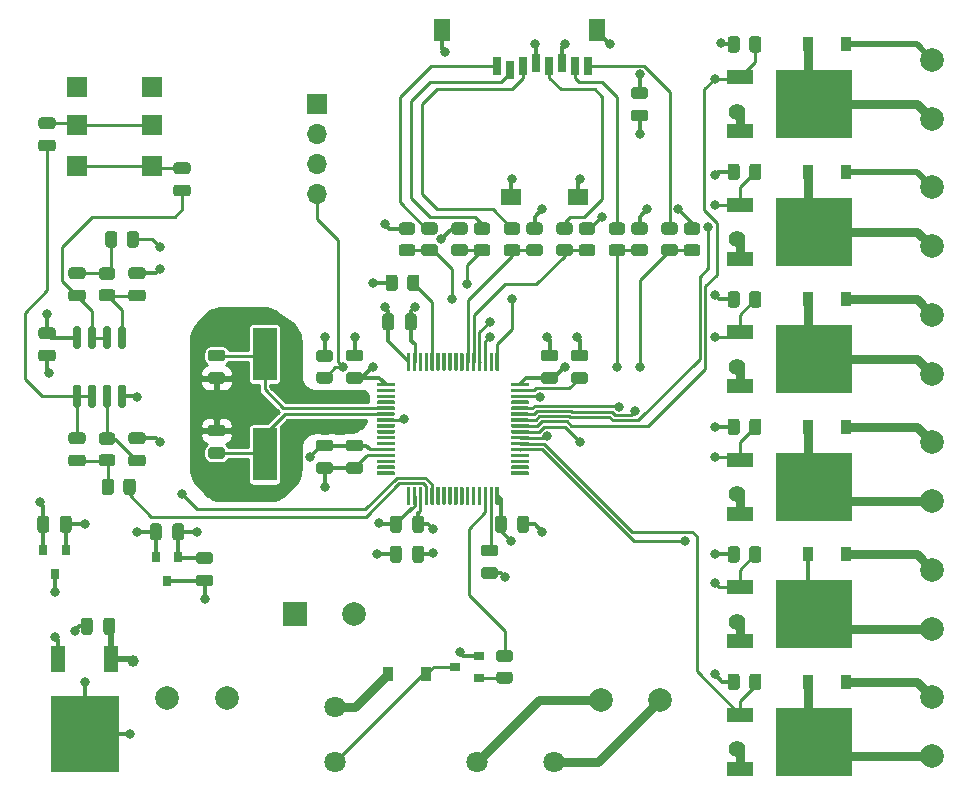
<source format=gtl>
G04 #@! TF.GenerationSoftware,KiCad,Pcbnew,5.1.10-88a1d61d58~90~ubuntu20.04.1*
G04 #@! TF.CreationDate,2021-08-15T15:07:41+03:00*
G04 #@! TF.ProjectId,DepremSanat,44657072-656d-4536-916e-61742e6b6963,rev?*
G04 #@! TF.SameCoordinates,Original*
G04 #@! TF.FileFunction,Copper,L1,Top*
G04 #@! TF.FilePolarity,Positive*
%FSLAX46Y46*%
G04 Gerber Fmt 4.6, Leading zero omitted, Abs format (unit mm)*
G04 Created by KiCad (PCBNEW 5.1.10-88a1d61d58~90~ubuntu20.04.1) date 2021-08-15 15:07:41*
%MOMM*%
%LPD*%
G01*
G04 APERTURE LIST*
G04 #@! TA.AperFunction,SMDPad,CuDef*
%ADD10R,1.800000X1.400000*%
G04 #@! TD*
G04 #@! TA.AperFunction,SMDPad,CuDef*
%ADD11R,1.400000X1.900000*%
G04 #@! TD*
G04 #@! TA.AperFunction,SMDPad,CuDef*
%ADD12R,0.800000X1.500000*%
G04 #@! TD*
G04 #@! TA.AperFunction,SMDPad,CuDef*
%ADD13R,2.000000X4.500000*%
G04 #@! TD*
G04 #@! TA.AperFunction,ComponentPad*
%ADD14C,1.800000*%
G04 #@! TD*
G04 #@! TA.AperFunction,SMDPad,CuDef*
%ADD15R,0.800000X0.900000*%
G04 #@! TD*
G04 #@! TA.AperFunction,SMDPad,CuDef*
%ADD16R,5.800000X6.400000*%
G04 #@! TD*
G04 #@! TA.AperFunction,SMDPad,CuDef*
%ADD17R,1.200000X2.200000*%
G04 #@! TD*
G04 #@! TA.AperFunction,SMDPad,CuDef*
%ADD18R,0.900000X0.800000*%
G04 #@! TD*
G04 #@! TA.AperFunction,SMDPad,CuDef*
%ADD19R,6.400000X5.800000*%
G04 #@! TD*
G04 #@! TA.AperFunction,SMDPad,CuDef*
%ADD20R,2.200000X1.200000*%
G04 #@! TD*
G04 #@! TA.AperFunction,ComponentPad*
%ADD21C,2.000000*%
G04 #@! TD*
G04 #@! TA.AperFunction,ComponentPad*
%ADD22R,1.800000X1.800000*%
G04 #@! TD*
G04 #@! TA.AperFunction,ComponentPad*
%ADD23O,1.700000X1.700000*%
G04 #@! TD*
G04 #@! TA.AperFunction,ComponentPad*
%ADD24R,1.700000X1.700000*%
G04 #@! TD*
G04 #@! TA.AperFunction,SMDPad,CuDef*
%ADD25R,0.900000X1.200000*%
G04 #@! TD*
G04 #@! TA.AperFunction,ComponentPad*
%ADD26R,2.000000X2.000000*%
G04 #@! TD*
G04 #@! TA.AperFunction,ViaPad*
%ADD27C,0.800000*%
G04 #@! TD*
G04 #@! TA.AperFunction,ViaPad*
%ADD28C,1.400000*%
G04 #@! TD*
G04 #@! TA.AperFunction,ViaPad*
%ADD29C,1.000000*%
G04 #@! TD*
G04 #@! TA.AperFunction,Conductor*
%ADD30C,0.350000*%
G04 #@! TD*
G04 #@! TA.AperFunction,Conductor*
%ADD31C,0.750000*%
G04 #@! TD*
G04 #@! TA.AperFunction,Conductor*
%ADD32C,0.250000*%
G04 #@! TD*
G04 #@! TA.AperFunction,Conductor*
%ADD33C,0.500000*%
G04 #@! TD*
G04 #@! TA.AperFunction,Conductor*
%ADD34C,0.800000*%
G04 #@! TD*
G04 #@! TA.AperFunction,Conductor*
%ADD35C,0.254000*%
G04 #@! TD*
G04 #@! TA.AperFunction,Conductor*
%ADD36C,0.100000*%
G04 #@! TD*
G04 APERTURE END LIST*
D10*
X147865000Y-71970000D03*
X153565000Y-71970000D03*
D11*
X142015000Y-57820000D03*
X155165000Y-57820000D03*
D12*
X154375000Y-60870000D03*
X153275000Y-60870000D03*
X152175000Y-60670000D03*
X151075000Y-60870000D03*
X149975000Y-60670000D03*
X148875000Y-60870000D03*
X147775000Y-61270000D03*
X146675000Y-60870000D03*
D13*
X127000000Y-93785000D03*
X127000000Y-85285000D03*
D14*
X132990000Y-119825000D03*
X151490000Y-119825000D03*
X144990000Y-119825000D03*
X132990000Y-115125000D03*
D15*
X109220000Y-103870000D03*
X108270000Y-101870000D03*
X110170000Y-101870000D03*
X118745000Y-104505000D03*
X117795000Y-102505000D03*
X119695000Y-102505000D03*
D16*
X111760000Y-117416000D03*
D17*
X109480000Y-111116000D03*
X114040000Y-111116000D03*
G04 #@! TA.AperFunction,SMDPad,CuDef*
G36*
G01*
X111275000Y-84860000D02*
X110975000Y-84860000D01*
G75*
G02*
X110825000Y-84710000I0J150000D01*
G01*
X110825000Y-83060000D01*
G75*
G02*
X110975000Y-82910000I150000J0D01*
G01*
X111275000Y-82910000D01*
G75*
G02*
X111425000Y-83060000I0J-150000D01*
G01*
X111425000Y-84710000D01*
G75*
G02*
X111275000Y-84860000I-150000J0D01*
G01*
G37*
G04 #@! TD.AperFunction*
G04 #@! TA.AperFunction,SMDPad,CuDef*
G36*
G01*
X112545000Y-84860000D02*
X112245000Y-84860000D01*
G75*
G02*
X112095000Y-84710000I0J150000D01*
G01*
X112095000Y-83060000D01*
G75*
G02*
X112245000Y-82910000I150000J0D01*
G01*
X112545000Y-82910000D01*
G75*
G02*
X112695000Y-83060000I0J-150000D01*
G01*
X112695000Y-84710000D01*
G75*
G02*
X112545000Y-84860000I-150000J0D01*
G01*
G37*
G04 #@! TD.AperFunction*
G04 #@! TA.AperFunction,SMDPad,CuDef*
G36*
G01*
X113815000Y-84860000D02*
X113515000Y-84860000D01*
G75*
G02*
X113365000Y-84710000I0J150000D01*
G01*
X113365000Y-83060000D01*
G75*
G02*
X113515000Y-82910000I150000J0D01*
G01*
X113815000Y-82910000D01*
G75*
G02*
X113965000Y-83060000I0J-150000D01*
G01*
X113965000Y-84710000D01*
G75*
G02*
X113815000Y-84860000I-150000J0D01*
G01*
G37*
G04 #@! TD.AperFunction*
G04 #@! TA.AperFunction,SMDPad,CuDef*
G36*
G01*
X115085000Y-84860000D02*
X114785000Y-84860000D01*
G75*
G02*
X114635000Y-84710000I0J150000D01*
G01*
X114635000Y-83060000D01*
G75*
G02*
X114785000Y-82910000I150000J0D01*
G01*
X115085000Y-82910000D01*
G75*
G02*
X115235000Y-83060000I0J-150000D01*
G01*
X115235000Y-84710000D01*
G75*
G02*
X115085000Y-84860000I-150000J0D01*
G01*
G37*
G04 #@! TD.AperFunction*
G04 #@! TA.AperFunction,SMDPad,CuDef*
G36*
G01*
X115085000Y-89810000D02*
X114785000Y-89810000D01*
G75*
G02*
X114635000Y-89660000I0J150000D01*
G01*
X114635000Y-88010000D01*
G75*
G02*
X114785000Y-87860000I150000J0D01*
G01*
X115085000Y-87860000D01*
G75*
G02*
X115235000Y-88010000I0J-150000D01*
G01*
X115235000Y-89660000D01*
G75*
G02*
X115085000Y-89810000I-150000J0D01*
G01*
G37*
G04 #@! TD.AperFunction*
G04 #@! TA.AperFunction,SMDPad,CuDef*
G36*
G01*
X113815000Y-89810000D02*
X113515000Y-89810000D01*
G75*
G02*
X113365000Y-89660000I0J150000D01*
G01*
X113365000Y-88010000D01*
G75*
G02*
X113515000Y-87860000I150000J0D01*
G01*
X113815000Y-87860000D01*
G75*
G02*
X113965000Y-88010000I0J-150000D01*
G01*
X113965000Y-89660000D01*
G75*
G02*
X113815000Y-89810000I-150000J0D01*
G01*
G37*
G04 #@! TD.AperFunction*
G04 #@! TA.AperFunction,SMDPad,CuDef*
G36*
G01*
X112545000Y-89810000D02*
X112245000Y-89810000D01*
G75*
G02*
X112095000Y-89660000I0J150000D01*
G01*
X112095000Y-88010000D01*
G75*
G02*
X112245000Y-87860000I150000J0D01*
G01*
X112545000Y-87860000D01*
G75*
G02*
X112695000Y-88010000I0J-150000D01*
G01*
X112695000Y-89660000D01*
G75*
G02*
X112545000Y-89810000I-150000J0D01*
G01*
G37*
G04 #@! TD.AperFunction*
G04 #@! TA.AperFunction,SMDPad,CuDef*
G36*
G01*
X111275000Y-89810000D02*
X110975000Y-89810000D01*
G75*
G02*
X110825000Y-89660000I0J150000D01*
G01*
X110825000Y-88010000D01*
G75*
G02*
X110975000Y-87860000I150000J0D01*
G01*
X111275000Y-87860000D01*
G75*
G02*
X111425000Y-88010000I0J-150000D01*
G01*
X111425000Y-89660000D01*
G75*
G02*
X111275000Y-89810000I-150000J0D01*
G01*
G37*
G04 #@! TD.AperFunction*
G04 #@! TA.AperFunction,SMDPad,CuDef*
G36*
G01*
X139050000Y-86635000D02*
X139050000Y-85235000D01*
G75*
G02*
X139125000Y-85160000I75000J0D01*
G01*
X139275000Y-85160000D01*
G75*
G02*
X139350000Y-85235000I0J-75000D01*
G01*
X139350000Y-86635000D01*
G75*
G02*
X139275000Y-86710000I-75000J0D01*
G01*
X139125000Y-86710000D01*
G75*
G02*
X139050000Y-86635000I0J75000D01*
G01*
G37*
G04 #@! TD.AperFunction*
G04 #@! TA.AperFunction,SMDPad,CuDef*
G36*
G01*
X139550000Y-86635000D02*
X139550000Y-85235000D01*
G75*
G02*
X139625000Y-85160000I75000J0D01*
G01*
X139775000Y-85160000D01*
G75*
G02*
X139850000Y-85235000I0J-75000D01*
G01*
X139850000Y-86635000D01*
G75*
G02*
X139775000Y-86710000I-75000J0D01*
G01*
X139625000Y-86710000D01*
G75*
G02*
X139550000Y-86635000I0J75000D01*
G01*
G37*
G04 #@! TD.AperFunction*
G04 #@! TA.AperFunction,SMDPad,CuDef*
G36*
G01*
X140050000Y-86635000D02*
X140050000Y-85235000D01*
G75*
G02*
X140125000Y-85160000I75000J0D01*
G01*
X140275000Y-85160000D01*
G75*
G02*
X140350000Y-85235000I0J-75000D01*
G01*
X140350000Y-86635000D01*
G75*
G02*
X140275000Y-86710000I-75000J0D01*
G01*
X140125000Y-86710000D01*
G75*
G02*
X140050000Y-86635000I0J75000D01*
G01*
G37*
G04 #@! TD.AperFunction*
G04 #@! TA.AperFunction,SMDPad,CuDef*
G36*
G01*
X140550000Y-86635000D02*
X140550000Y-85235000D01*
G75*
G02*
X140625000Y-85160000I75000J0D01*
G01*
X140775000Y-85160000D01*
G75*
G02*
X140850000Y-85235000I0J-75000D01*
G01*
X140850000Y-86635000D01*
G75*
G02*
X140775000Y-86710000I-75000J0D01*
G01*
X140625000Y-86710000D01*
G75*
G02*
X140550000Y-86635000I0J75000D01*
G01*
G37*
G04 #@! TD.AperFunction*
G04 #@! TA.AperFunction,SMDPad,CuDef*
G36*
G01*
X141050000Y-86635000D02*
X141050000Y-85235000D01*
G75*
G02*
X141125000Y-85160000I75000J0D01*
G01*
X141275000Y-85160000D01*
G75*
G02*
X141350000Y-85235000I0J-75000D01*
G01*
X141350000Y-86635000D01*
G75*
G02*
X141275000Y-86710000I-75000J0D01*
G01*
X141125000Y-86710000D01*
G75*
G02*
X141050000Y-86635000I0J75000D01*
G01*
G37*
G04 #@! TD.AperFunction*
G04 #@! TA.AperFunction,SMDPad,CuDef*
G36*
G01*
X141550000Y-86635000D02*
X141550000Y-85235000D01*
G75*
G02*
X141625000Y-85160000I75000J0D01*
G01*
X141775000Y-85160000D01*
G75*
G02*
X141850000Y-85235000I0J-75000D01*
G01*
X141850000Y-86635000D01*
G75*
G02*
X141775000Y-86710000I-75000J0D01*
G01*
X141625000Y-86710000D01*
G75*
G02*
X141550000Y-86635000I0J75000D01*
G01*
G37*
G04 #@! TD.AperFunction*
G04 #@! TA.AperFunction,SMDPad,CuDef*
G36*
G01*
X142050000Y-86635000D02*
X142050000Y-85235000D01*
G75*
G02*
X142125000Y-85160000I75000J0D01*
G01*
X142275000Y-85160000D01*
G75*
G02*
X142350000Y-85235000I0J-75000D01*
G01*
X142350000Y-86635000D01*
G75*
G02*
X142275000Y-86710000I-75000J0D01*
G01*
X142125000Y-86710000D01*
G75*
G02*
X142050000Y-86635000I0J75000D01*
G01*
G37*
G04 #@! TD.AperFunction*
G04 #@! TA.AperFunction,SMDPad,CuDef*
G36*
G01*
X142550000Y-86635000D02*
X142550000Y-85235000D01*
G75*
G02*
X142625000Y-85160000I75000J0D01*
G01*
X142775000Y-85160000D01*
G75*
G02*
X142850000Y-85235000I0J-75000D01*
G01*
X142850000Y-86635000D01*
G75*
G02*
X142775000Y-86710000I-75000J0D01*
G01*
X142625000Y-86710000D01*
G75*
G02*
X142550000Y-86635000I0J75000D01*
G01*
G37*
G04 #@! TD.AperFunction*
G04 #@! TA.AperFunction,SMDPad,CuDef*
G36*
G01*
X143050000Y-86635000D02*
X143050000Y-85235000D01*
G75*
G02*
X143125000Y-85160000I75000J0D01*
G01*
X143275000Y-85160000D01*
G75*
G02*
X143350000Y-85235000I0J-75000D01*
G01*
X143350000Y-86635000D01*
G75*
G02*
X143275000Y-86710000I-75000J0D01*
G01*
X143125000Y-86710000D01*
G75*
G02*
X143050000Y-86635000I0J75000D01*
G01*
G37*
G04 #@! TD.AperFunction*
G04 #@! TA.AperFunction,SMDPad,CuDef*
G36*
G01*
X143550000Y-86635000D02*
X143550000Y-85235000D01*
G75*
G02*
X143625000Y-85160000I75000J0D01*
G01*
X143775000Y-85160000D01*
G75*
G02*
X143850000Y-85235000I0J-75000D01*
G01*
X143850000Y-86635000D01*
G75*
G02*
X143775000Y-86710000I-75000J0D01*
G01*
X143625000Y-86710000D01*
G75*
G02*
X143550000Y-86635000I0J75000D01*
G01*
G37*
G04 #@! TD.AperFunction*
G04 #@! TA.AperFunction,SMDPad,CuDef*
G36*
G01*
X144050000Y-86635000D02*
X144050000Y-85235000D01*
G75*
G02*
X144125000Y-85160000I75000J0D01*
G01*
X144275000Y-85160000D01*
G75*
G02*
X144350000Y-85235000I0J-75000D01*
G01*
X144350000Y-86635000D01*
G75*
G02*
X144275000Y-86710000I-75000J0D01*
G01*
X144125000Y-86710000D01*
G75*
G02*
X144050000Y-86635000I0J75000D01*
G01*
G37*
G04 #@! TD.AperFunction*
G04 #@! TA.AperFunction,SMDPad,CuDef*
G36*
G01*
X144550000Y-86635000D02*
X144550000Y-85235000D01*
G75*
G02*
X144625000Y-85160000I75000J0D01*
G01*
X144775000Y-85160000D01*
G75*
G02*
X144850000Y-85235000I0J-75000D01*
G01*
X144850000Y-86635000D01*
G75*
G02*
X144775000Y-86710000I-75000J0D01*
G01*
X144625000Y-86710000D01*
G75*
G02*
X144550000Y-86635000I0J75000D01*
G01*
G37*
G04 #@! TD.AperFunction*
G04 #@! TA.AperFunction,SMDPad,CuDef*
G36*
G01*
X145050000Y-86635000D02*
X145050000Y-85235000D01*
G75*
G02*
X145125000Y-85160000I75000J0D01*
G01*
X145275000Y-85160000D01*
G75*
G02*
X145350000Y-85235000I0J-75000D01*
G01*
X145350000Y-86635000D01*
G75*
G02*
X145275000Y-86710000I-75000J0D01*
G01*
X145125000Y-86710000D01*
G75*
G02*
X145050000Y-86635000I0J75000D01*
G01*
G37*
G04 #@! TD.AperFunction*
G04 #@! TA.AperFunction,SMDPad,CuDef*
G36*
G01*
X145550000Y-86635000D02*
X145550000Y-85235000D01*
G75*
G02*
X145625000Y-85160000I75000J0D01*
G01*
X145775000Y-85160000D01*
G75*
G02*
X145850000Y-85235000I0J-75000D01*
G01*
X145850000Y-86635000D01*
G75*
G02*
X145775000Y-86710000I-75000J0D01*
G01*
X145625000Y-86710000D01*
G75*
G02*
X145550000Y-86635000I0J75000D01*
G01*
G37*
G04 #@! TD.AperFunction*
G04 #@! TA.AperFunction,SMDPad,CuDef*
G36*
G01*
X146050000Y-86635000D02*
X146050000Y-85235000D01*
G75*
G02*
X146125000Y-85160000I75000J0D01*
G01*
X146275000Y-85160000D01*
G75*
G02*
X146350000Y-85235000I0J-75000D01*
G01*
X146350000Y-86635000D01*
G75*
G02*
X146275000Y-86710000I-75000J0D01*
G01*
X146125000Y-86710000D01*
G75*
G02*
X146050000Y-86635000I0J75000D01*
G01*
G37*
G04 #@! TD.AperFunction*
G04 #@! TA.AperFunction,SMDPad,CuDef*
G36*
G01*
X146550000Y-86635000D02*
X146550000Y-85235000D01*
G75*
G02*
X146625000Y-85160000I75000J0D01*
G01*
X146775000Y-85160000D01*
G75*
G02*
X146850000Y-85235000I0J-75000D01*
G01*
X146850000Y-86635000D01*
G75*
G02*
X146775000Y-86710000I-75000J0D01*
G01*
X146625000Y-86710000D01*
G75*
G02*
X146550000Y-86635000I0J75000D01*
G01*
G37*
G04 #@! TD.AperFunction*
G04 #@! TA.AperFunction,SMDPad,CuDef*
G36*
G01*
X147850000Y-87935000D02*
X147850000Y-87785000D01*
G75*
G02*
X147925000Y-87710000I75000J0D01*
G01*
X149325000Y-87710000D01*
G75*
G02*
X149400000Y-87785000I0J-75000D01*
G01*
X149400000Y-87935000D01*
G75*
G02*
X149325000Y-88010000I-75000J0D01*
G01*
X147925000Y-88010000D01*
G75*
G02*
X147850000Y-87935000I0J75000D01*
G01*
G37*
G04 #@! TD.AperFunction*
G04 #@! TA.AperFunction,SMDPad,CuDef*
G36*
G01*
X147850000Y-88435000D02*
X147850000Y-88285000D01*
G75*
G02*
X147925000Y-88210000I75000J0D01*
G01*
X149325000Y-88210000D01*
G75*
G02*
X149400000Y-88285000I0J-75000D01*
G01*
X149400000Y-88435000D01*
G75*
G02*
X149325000Y-88510000I-75000J0D01*
G01*
X147925000Y-88510000D01*
G75*
G02*
X147850000Y-88435000I0J75000D01*
G01*
G37*
G04 #@! TD.AperFunction*
G04 #@! TA.AperFunction,SMDPad,CuDef*
G36*
G01*
X147850000Y-88935000D02*
X147850000Y-88785000D01*
G75*
G02*
X147925000Y-88710000I75000J0D01*
G01*
X149325000Y-88710000D01*
G75*
G02*
X149400000Y-88785000I0J-75000D01*
G01*
X149400000Y-88935000D01*
G75*
G02*
X149325000Y-89010000I-75000J0D01*
G01*
X147925000Y-89010000D01*
G75*
G02*
X147850000Y-88935000I0J75000D01*
G01*
G37*
G04 #@! TD.AperFunction*
G04 #@! TA.AperFunction,SMDPad,CuDef*
G36*
G01*
X147850000Y-89435000D02*
X147850000Y-89285000D01*
G75*
G02*
X147925000Y-89210000I75000J0D01*
G01*
X149325000Y-89210000D01*
G75*
G02*
X149400000Y-89285000I0J-75000D01*
G01*
X149400000Y-89435000D01*
G75*
G02*
X149325000Y-89510000I-75000J0D01*
G01*
X147925000Y-89510000D01*
G75*
G02*
X147850000Y-89435000I0J75000D01*
G01*
G37*
G04 #@! TD.AperFunction*
G04 #@! TA.AperFunction,SMDPad,CuDef*
G36*
G01*
X147850000Y-89935000D02*
X147850000Y-89785000D01*
G75*
G02*
X147925000Y-89710000I75000J0D01*
G01*
X149325000Y-89710000D01*
G75*
G02*
X149400000Y-89785000I0J-75000D01*
G01*
X149400000Y-89935000D01*
G75*
G02*
X149325000Y-90010000I-75000J0D01*
G01*
X147925000Y-90010000D01*
G75*
G02*
X147850000Y-89935000I0J75000D01*
G01*
G37*
G04 #@! TD.AperFunction*
G04 #@! TA.AperFunction,SMDPad,CuDef*
G36*
G01*
X147850000Y-90435000D02*
X147850000Y-90285000D01*
G75*
G02*
X147925000Y-90210000I75000J0D01*
G01*
X149325000Y-90210000D01*
G75*
G02*
X149400000Y-90285000I0J-75000D01*
G01*
X149400000Y-90435000D01*
G75*
G02*
X149325000Y-90510000I-75000J0D01*
G01*
X147925000Y-90510000D01*
G75*
G02*
X147850000Y-90435000I0J75000D01*
G01*
G37*
G04 #@! TD.AperFunction*
G04 #@! TA.AperFunction,SMDPad,CuDef*
G36*
G01*
X147850000Y-90935000D02*
X147850000Y-90785000D01*
G75*
G02*
X147925000Y-90710000I75000J0D01*
G01*
X149325000Y-90710000D01*
G75*
G02*
X149400000Y-90785000I0J-75000D01*
G01*
X149400000Y-90935000D01*
G75*
G02*
X149325000Y-91010000I-75000J0D01*
G01*
X147925000Y-91010000D01*
G75*
G02*
X147850000Y-90935000I0J75000D01*
G01*
G37*
G04 #@! TD.AperFunction*
G04 #@! TA.AperFunction,SMDPad,CuDef*
G36*
G01*
X147850000Y-91435000D02*
X147850000Y-91285000D01*
G75*
G02*
X147925000Y-91210000I75000J0D01*
G01*
X149325000Y-91210000D01*
G75*
G02*
X149400000Y-91285000I0J-75000D01*
G01*
X149400000Y-91435000D01*
G75*
G02*
X149325000Y-91510000I-75000J0D01*
G01*
X147925000Y-91510000D01*
G75*
G02*
X147850000Y-91435000I0J75000D01*
G01*
G37*
G04 #@! TD.AperFunction*
G04 #@! TA.AperFunction,SMDPad,CuDef*
G36*
G01*
X147850000Y-91935000D02*
X147850000Y-91785000D01*
G75*
G02*
X147925000Y-91710000I75000J0D01*
G01*
X149325000Y-91710000D01*
G75*
G02*
X149400000Y-91785000I0J-75000D01*
G01*
X149400000Y-91935000D01*
G75*
G02*
X149325000Y-92010000I-75000J0D01*
G01*
X147925000Y-92010000D01*
G75*
G02*
X147850000Y-91935000I0J75000D01*
G01*
G37*
G04 #@! TD.AperFunction*
G04 #@! TA.AperFunction,SMDPad,CuDef*
G36*
G01*
X147850000Y-92435000D02*
X147850000Y-92285000D01*
G75*
G02*
X147925000Y-92210000I75000J0D01*
G01*
X149325000Y-92210000D01*
G75*
G02*
X149400000Y-92285000I0J-75000D01*
G01*
X149400000Y-92435000D01*
G75*
G02*
X149325000Y-92510000I-75000J0D01*
G01*
X147925000Y-92510000D01*
G75*
G02*
X147850000Y-92435000I0J75000D01*
G01*
G37*
G04 #@! TD.AperFunction*
G04 #@! TA.AperFunction,SMDPad,CuDef*
G36*
G01*
X147850000Y-92935000D02*
X147850000Y-92785000D01*
G75*
G02*
X147925000Y-92710000I75000J0D01*
G01*
X149325000Y-92710000D01*
G75*
G02*
X149400000Y-92785000I0J-75000D01*
G01*
X149400000Y-92935000D01*
G75*
G02*
X149325000Y-93010000I-75000J0D01*
G01*
X147925000Y-93010000D01*
G75*
G02*
X147850000Y-92935000I0J75000D01*
G01*
G37*
G04 #@! TD.AperFunction*
G04 #@! TA.AperFunction,SMDPad,CuDef*
G36*
G01*
X147850000Y-93435000D02*
X147850000Y-93285000D01*
G75*
G02*
X147925000Y-93210000I75000J0D01*
G01*
X149325000Y-93210000D01*
G75*
G02*
X149400000Y-93285000I0J-75000D01*
G01*
X149400000Y-93435000D01*
G75*
G02*
X149325000Y-93510000I-75000J0D01*
G01*
X147925000Y-93510000D01*
G75*
G02*
X147850000Y-93435000I0J75000D01*
G01*
G37*
G04 #@! TD.AperFunction*
G04 #@! TA.AperFunction,SMDPad,CuDef*
G36*
G01*
X147850000Y-93935000D02*
X147850000Y-93785000D01*
G75*
G02*
X147925000Y-93710000I75000J0D01*
G01*
X149325000Y-93710000D01*
G75*
G02*
X149400000Y-93785000I0J-75000D01*
G01*
X149400000Y-93935000D01*
G75*
G02*
X149325000Y-94010000I-75000J0D01*
G01*
X147925000Y-94010000D01*
G75*
G02*
X147850000Y-93935000I0J75000D01*
G01*
G37*
G04 #@! TD.AperFunction*
G04 #@! TA.AperFunction,SMDPad,CuDef*
G36*
G01*
X147850000Y-94435000D02*
X147850000Y-94285000D01*
G75*
G02*
X147925000Y-94210000I75000J0D01*
G01*
X149325000Y-94210000D01*
G75*
G02*
X149400000Y-94285000I0J-75000D01*
G01*
X149400000Y-94435000D01*
G75*
G02*
X149325000Y-94510000I-75000J0D01*
G01*
X147925000Y-94510000D01*
G75*
G02*
X147850000Y-94435000I0J75000D01*
G01*
G37*
G04 #@! TD.AperFunction*
G04 #@! TA.AperFunction,SMDPad,CuDef*
G36*
G01*
X147850000Y-94935000D02*
X147850000Y-94785000D01*
G75*
G02*
X147925000Y-94710000I75000J0D01*
G01*
X149325000Y-94710000D01*
G75*
G02*
X149400000Y-94785000I0J-75000D01*
G01*
X149400000Y-94935000D01*
G75*
G02*
X149325000Y-95010000I-75000J0D01*
G01*
X147925000Y-95010000D01*
G75*
G02*
X147850000Y-94935000I0J75000D01*
G01*
G37*
G04 #@! TD.AperFunction*
G04 #@! TA.AperFunction,SMDPad,CuDef*
G36*
G01*
X147850000Y-95435000D02*
X147850000Y-95285000D01*
G75*
G02*
X147925000Y-95210000I75000J0D01*
G01*
X149325000Y-95210000D01*
G75*
G02*
X149400000Y-95285000I0J-75000D01*
G01*
X149400000Y-95435000D01*
G75*
G02*
X149325000Y-95510000I-75000J0D01*
G01*
X147925000Y-95510000D01*
G75*
G02*
X147850000Y-95435000I0J75000D01*
G01*
G37*
G04 #@! TD.AperFunction*
G04 #@! TA.AperFunction,SMDPad,CuDef*
G36*
G01*
X146550000Y-97985000D02*
X146550000Y-96585000D01*
G75*
G02*
X146625000Y-96510000I75000J0D01*
G01*
X146775000Y-96510000D01*
G75*
G02*
X146850000Y-96585000I0J-75000D01*
G01*
X146850000Y-97985000D01*
G75*
G02*
X146775000Y-98060000I-75000J0D01*
G01*
X146625000Y-98060000D01*
G75*
G02*
X146550000Y-97985000I0J75000D01*
G01*
G37*
G04 #@! TD.AperFunction*
G04 #@! TA.AperFunction,SMDPad,CuDef*
G36*
G01*
X146050000Y-97985000D02*
X146050000Y-96585000D01*
G75*
G02*
X146125000Y-96510000I75000J0D01*
G01*
X146275000Y-96510000D01*
G75*
G02*
X146350000Y-96585000I0J-75000D01*
G01*
X146350000Y-97985000D01*
G75*
G02*
X146275000Y-98060000I-75000J0D01*
G01*
X146125000Y-98060000D01*
G75*
G02*
X146050000Y-97985000I0J75000D01*
G01*
G37*
G04 #@! TD.AperFunction*
G04 #@! TA.AperFunction,SMDPad,CuDef*
G36*
G01*
X145550000Y-97985000D02*
X145550000Y-96585000D01*
G75*
G02*
X145625000Y-96510000I75000J0D01*
G01*
X145775000Y-96510000D01*
G75*
G02*
X145850000Y-96585000I0J-75000D01*
G01*
X145850000Y-97985000D01*
G75*
G02*
X145775000Y-98060000I-75000J0D01*
G01*
X145625000Y-98060000D01*
G75*
G02*
X145550000Y-97985000I0J75000D01*
G01*
G37*
G04 #@! TD.AperFunction*
G04 #@! TA.AperFunction,SMDPad,CuDef*
G36*
G01*
X145050000Y-97985000D02*
X145050000Y-96585000D01*
G75*
G02*
X145125000Y-96510000I75000J0D01*
G01*
X145275000Y-96510000D01*
G75*
G02*
X145350000Y-96585000I0J-75000D01*
G01*
X145350000Y-97985000D01*
G75*
G02*
X145275000Y-98060000I-75000J0D01*
G01*
X145125000Y-98060000D01*
G75*
G02*
X145050000Y-97985000I0J75000D01*
G01*
G37*
G04 #@! TD.AperFunction*
G04 #@! TA.AperFunction,SMDPad,CuDef*
G36*
G01*
X144550000Y-97985000D02*
X144550000Y-96585000D01*
G75*
G02*
X144625000Y-96510000I75000J0D01*
G01*
X144775000Y-96510000D01*
G75*
G02*
X144850000Y-96585000I0J-75000D01*
G01*
X144850000Y-97985000D01*
G75*
G02*
X144775000Y-98060000I-75000J0D01*
G01*
X144625000Y-98060000D01*
G75*
G02*
X144550000Y-97985000I0J75000D01*
G01*
G37*
G04 #@! TD.AperFunction*
G04 #@! TA.AperFunction,SMDPad,CuDef*
G36*
G01*
X144050000Y-97985000D02*
X144050000Y-96585000D01*
G75*
G02*
X144125000Y-96510000I75000J0D01*
G01*
X144275000Y-96510000D01*
G75*
G02*
X144350000Y-96585000I0J-75000D01*
G01*
X144350000Y-97985000D01*
G75*
G02*
X144275000Y-98060000I-75000J0D01*
G01*
X144125000Y-98060000D01*
G75*
G02*
X144050000Y-97985000I0J75000D01*
G01*
G37*
G04 #@! TD.AperFunction*
G04 #@! TA.AperFunction,SMDPad,CuDef*
G36*
G01*
X143550000Y-97985000D02*
X143550000Y-96585000D01*
G75*
G02*
X143625000Y-96510000I75000J0D01*
G01*
X143775000Y-96510000D01*
G75*
G02*
X143850000Y-96585000I0J-75000D01*
G01*
X143850000Y-97985000D01*
G75*
G02*
X143775000Y-98060000I-75000J0D01*
G01*
X143625000Y-98060000D01*
G75*
G02*
X143550000Y-97985000I0J75000D01*
G01*
G37*
G04 #@! TD.AperFunction*
G04 #@! TA.AperFunction,SMDPad,CuDef*
G36*
G01*
X143050000Y-97985000D02*
X143050000Y-96585000D01*
G75*
G02*
X143125000Y-96510000I75000J0D01*
G01*
X143275000Y-96510000D01*
G75*
G02*
X143350000Y-96585000I0J-75000D01*
G01*
X143350000Y-97985000D01*
G75*
G02*
X143275000Y-98060000I-75000J0D01*
G01*
X143125000Y-98060000D01*
G75*
G02*
X143050000Y-97985000I0J75000D01*
G01*
G37*
G04 #@! TD.AperFunction*
G04 #@! TA.AperFunction,SMDPad,CuDef*
G36*
G01*
X142550000Y-97985000D02*
X142550000Y-96585000D01*
G75*
G02*
X142625000Y-96510000I75000J0D01*
G01*
X142775000Y-96510000D01*
G75*
G02*
X142850000Y-96585000I0J-75000D01*
G01*
X142850000Y-97985000D01*
G75*
G02*
X142775000Y-98060000I-75000J0D01*
G01*
X142625000Y-98060000D01*
G75*
G02*
X142550000Y-97985000I0J75000D01*
G01*
G37*
G04 #@! TD.AperFunction*
G04 #@! TA.AperFunction,SMDPad,CuDef*
G36*
G01*
X142050000Y-97985000D02*
X142050000Y-96585000D01*
G75*
G02*
X142125000Y-96510000I75000J0D01*
G01*
X142275000Y-96510000D01*
G75*
G02*
X142350000Y-96585000I0J-75000D01*
G01*
X142350000Y-97985000D01*
G75*
G02*
X142275000Y-98060000I-75000J0D01*
G01*
X142125000Y-98060000D01*
G75*
G02*
X142050000Y-97985000I0J75000D01*
G01*
G37*
G04 #@! TD.AperFunction*
G04 #@! TA.AperFunction,SMDPad,CuDef*
G36*
G01*
X141550000Y-97985000D02*
X141550000Y-96585000D01*
G75*
G02*
X141625000Y-96510000I75000J0D01*
G01*
X141775000Y-96510000D01*
G75*
G02*
X141850000Y-96585000I0J-75000D01*
G01*
X141850000Y-97985000D01*
G75*
G02*
X141775000Y-98060000I-75000J0D01*
G01*
X141625000Y-98060000D01*
G75*
G02*
X141550000Y-97985000I0J75000D01*
G01*
G37*
G04 #@! TD.AperFunction*
G04 #@! TA.AperFunction,SMDPad,CuDef*
G36*
G01*
X141050000Y-97985000D02*
X141050000Y-96585000D01*
G75*
G02*
X141125000Y-96510000I75000J0D01*
G01*
X141275000Y-96510000D01*
G75*
G02*
X141350000Y-96585000I0J-75000D01*
G01*
X141350000Y-97985000D01*
G75*
G02*
X141275000Y-98060000I-75000J0D01*
G01*
X141125000Y-98060000D01*
G75*
G02*
X141050000Y-97985000I0J75000D01*
G01*
G37*
G04 #@! TD.AperFunction*
G04 #@! TA.AperFunction,SMDPad,CuDef*
G36*
G01*
X140550000Y-97985000D02*
X140550000Y-96585000D01*
G75*
G02*
X140625000Y-96510000I75000J0D01*
G01*
X140775000Y-96510000D01*
G75*
G02*
X140850000Y-96585000I0J-75000D01*
G01*
X140850000Y-97985000D01*
G75*
G02*
X140775000Y-98060000I-75000J0D01*
G01*
X140625000Y-98060000D01*
G75*
G02*
X140550000Y-97985000I0J75000D01*
G01*
G37*
G04 #@! TD.AperFunction*
G04 #@! TA.AperFunction,SMDPad,CuDef*
G36*
G01*
X140050000Y-97985000D02*
X140050000Y-96585000D01*
G75*
G02*
X140125000Y-96510000I75000J0D01*
G01*
X140275000Y-96510000D01*
G75*
G02*
X140350000Y-96585000I0J-75000D01*
G01*
X140350000Y-97985000D01*
G75*
G02*
X140275000Y-98060000I-75000J0D01*
G01*
X140125000Y-98060000D01*
G75*
G02*
X140050000Y-97985000I0J75000D01*
G01*
G37*
G04 #@! TD.AperFunction*
G04 #@! TA.AperFunction,SMDPad,CuDef*
G36*
G01*
X139550000Y-97985000D02*
X139550000Y-96585000D01*
G75*
G02*
X139625000Y-96510000I75000J0D01*
G01*
X139775000Y-96510000D01*
G75*
G02*
X139850000Y-96585000I0J-75000D01*
G01*
X139850000Y-97985000D01*
G75*
G02*
X139775000Y-98060000I-75000J0D01*
G01*
X139625000Y-98060000D01*
G75*
G02*
X139550000Y-97985000I0J75000D01*
G01*
G37*
G04 #@! TD.AperFunction*
G04 #@! TA.AperFunction,SMDPad,CuDef*
G36*
G01*
X139050000Y-97985000D02*
X139050000Y-96585000D01*
G75*
G02*
X139125000Y-96510000I75000J0D01*
G01*
X139275000Y-96510000D01*
G75*
G02*
X139350000Y-96585000I0J-75000D01*
G01*
X139350000Y-97985000D01*
G75*
G02*
X139275000Y-98060000I-75000J0D01*
G01*
X139125000Y-98060000D01*
G75*
G02*
X139050000Y-97985000I0J75000D01*
G01*
G37*
G04 #@! TD.AperFunction*
G04 #@! TA.AperFunction,SMDPad,CuDef*
G36*
G01*
X136500000Y-95435000D02*
X136500000Y-95285000D01*
G75*
G02*
X136575000Y-95210000I75000J0D01*
G01*
X137975000Y-95210000D01*
G75*
G02*
X138050000Y-95285000I0J-75000D01*
G01*
X138050000Y-95435000D01*
G75*
G02*
X137975000Y-95510000I-75000J0D01*
G01*
X136575000Y-95510000D01*
G75*
G02*
X136500000Y-95435000I0J75000D01*
G01*
G37*
G04 #@! TD.AperFunction*
G04 #@! TA.AperFunction,SMDPad,CuDef*
G36*
G01*
X136500000Y-94935000D02*
X136500000Y-94785000D01*
G75*
G02*
X136575000Y-94710000I75000J0D01*
G01*
X137975000Y-94710000D01*
G75*
G02*
X138050000Y-94785000I0J-75000D01*
G01*
X138050000Y-94935000D01*
G75*
G02*
X137975000Y-95010000I-75000J0D01*
G01*
X136575000Y-95010000D01*
G75*
G02*
X136500000Y-94935000I0J75000D01*
G01*
G37*
G04 #@! TD.AperFunction*
G04 #@! TA.AperFunction,SMDPad,CuDef*
G36*
G01*
X136500000Y-94435000D02*
X136500000Y-94285000D01*
G75*
G02*
X136575000Y-94210000I75000J0D01*
G01*
X137975000Y-94210000D01*
G75*
G02*
X138050000Y-94285000I0J-75000D01*
G01*
X138050000Y-94435000D01*
G75*
G02*
X137975000Y-94510000I-75000J0D01*
G01*
X136575000Y-94510000D01*
G75*
G02*
X136500000Y-94435000I0J75000D01*
G01*
G37*
G04 #@! TD.AperFunction*
G04 #@! TA.AperFunction,SMDPad,CuDef*
G36*
G01*
X136500000Y-93935000D02*
X136500000Y-93785000D01*
G75*
G02*
X136575000Y-93710000I75000J0D01*
G01*
X137975000Y-93710000D01*
G75*
G02*
X138050000Y-93785000I0J-75000D01*
G01*
X138050000Y-93935000D01*
G75*
G02*
X137975000Y-94010000I-75000J0D01*
G01*
X136575000Y-94010000D01*
G75*
G02*
X136500000Y-93935000I0J75000D01*
G01*
G37*
G04 #@! TD.AperFunction*
G04 #@! TA.AperFunction,SMDPad,CuDef*
G36*
G01*
X136500000Y-93435000D02*
X136500000Y-93285000D01*
G75*
G02*
X136575000Y-93210000I75000J0D01*
G01*
X137975000Y-93210000D01*
G75*
G02*
X138050000Y-93285000I0J-75000D01*
G01*
X138050000Y-93435000D01*
G75*
G02*
X137975000Y-93510000I-75000J0D01*
G01*
X136575000Y-93510000D01*
G75*
G02*
X136500000Y-93435000I0J75000D01*
G01*
G37*
G04 #@! TD.AperFunction*
G04 #@! TA.AperFunction,SMDPad,CuDef*
G36*
G01*
X136500000Y-92935000D02*
X136500000Y-92785000D01*
G75*
G02*
X136575000Y-92710000I75000J0D01*
G01*
X137975000Y-92710000D01*
G75*
G02*
X138050000Y-92785000I0J-75000D01*
G01*
X138050000Y-92935000D01*
G75*
G02*
X137975000Y-93010000I-75000J0D01*
G01*
X136575000Y-93010000D01*
G75*
G02*
X136500000Y-92935000I0J75000D01*
G01*
G37*
G04 #@! TD.AperFunction*
G04 #@! TA.AperFunction,SMDPad,CuDef*
G36*
G01*
X136500000Y-92435000D02*
X136500000Y-92285000D01*
G75*
G02*
X136575000Y-92210000I75000J0D01*
G01*
X137975000Y-92210000D01*
G75*
G02*
X138050000Y-92285000I0J-75000D01*
G01*
X138050000Y-92435000D01*
G75*
G02*
X137975000Y-92510000I-75000J0D01*
G01*
X136575000Y-92510000D01*
G75*
G02*
X136500000Y-92435000I0J75000D01*
G01*
G37*
G04 #@! TD.AperFunction*
G04 #@! TA.AperFunction,SMDPad,CuDef*
G36*
G01*
X136500000Y-91935000D02*
X136500000Y-91785000D01*
G75*
G02*
X136575000Y-91710000I75000J0D01*
G01*
X137975000Y-91710000D01*
G75*
G02*
X138050000Y-91785000I0J-75000D01*
G01*
X138050000Y-91935000D01*
G75*
G02*
X137975000Y-92010000I-75000J0D01*
G01*
X136575000Y-92010000D01*
G75*
G02*
X136500000Y-91935000I0J75000D01*
G01*
G37*
G04 #@! TD.AperFunction*
G04 #@! TA.AperFunction,SMDPad,CuDef*
G36*
G01*
X136500000Y-91435000D02*
X136500000Y-91285000D01*
G75*
G02*
X136575000Y-91210000I75000J0D01*
G01*
X137975000Y-91210000D01*
G75*
G02*
X138050000Y-91285000I0J-75000D01*
G01*
X138050000Y-91435000D01*
G75*
G02*
X137975000Y-91510000I-75000J0D01*
G01*
X136575000Y-91510000D01*
G75*
G02*
X136500000Y-91435000I0J75000D01*
G01*
G37*
G04 #@! TD.AperFunction*
G04 #@! TA.AperFunction,SMDPad,CuDef*
G36*
G01*
X136500000Y-90935000D02*
X136500000Y-90785000D01*
G75*
G02*
X136575000Y-90710000I75000J0D01*
G01*
X137975000Y-90710000D01*
G75*
G02*
X138050000Y-90785000I0J-75000D01*
G01*
X138050000Y-90935000D01*
G75*
G02*
X137975000Y-91010000I-75000J0D01*
G01*
X136575000Y-91010000D01*
G75*
G02*
X136500000Y-90935000I0J75000D01*
G01*
G37*
G04 #@! TD.AperFunction*
G04 #@! TA.AperFunction,SMDPad,CuDef*
G36*
G01*
X136500000Y-90435000D02*
X136500000Y-90285000D01*
G75*
G02*
X136575000Y-90210000I75000J0D01*
G01*
X137975000Y-90210000D01*
G75*
G02*
X138050000Y-90285000I0J-75000D01*
G01*
X138050000Y-90435000D01*
G75*
G02*
X137975000Y-90510000I-75000J0D01*
G01*
X136575000Y-90510000D01*
G75*
G02*
X136500000Y-90435000I0J75000D01*
G01*
G37*
G04 #@! TD.AperFunction*
G04 #@! TA.AperFunction,SMDPad,CuDef*
G36*
G01*
X136500000Y-89935000D02*
X136500000Y-89785000D01*
G75*
G02*
X136575000Y-89710000I75000J0D01*
G01*
X137975000Y-89710000D01*
G75*
G02*
X138050000Y-89785000I0J-75000D01*
G01*
X138050000Y-89935000D01*
G75*
G02*
X137975000Y-90010000I-75000J0D01*
G01*
X136575000Y-90010000D01*
G75*
G02*
X136500000Y-89935000I0J75000D01*
G01*
G37*
G04 #@! TD.AperFunction*
G04 #@! TA.AperFunction,SMDPad,CuDef*
G36*
G01*
X136500000Y-89435000D02*
X136500000Y-89285000D01*
G75*
G02*
X136575000Y-89210000I75000J0D01*
G01*
X137975000Y-89210000D01*
G75*
G02*
X138050000Y-89285000I0J-75000D01*
G01*
X138050000Y-89435000D01*
G75*
G02*
X137975000Y-89510000I-75000J0D01*
G01*
X136575000Y-89510000D01*
G75*
G02*
X136500000Y-89435000I0J75000D01*
G01*
G37*
G04 #@! TD.AperFunction*
G04 #@! TA.AperFunction,SMDPad,CuDef*
G36*
G01*
X136500000Y-88935000D02*
X136500000Y-88785000D01*
G75*
G02*
X136575000Y-88710000I75000J0D01*
G01*
X137975000Y-88710000D01*
G75*
G02*
X138050000Y-88785000I0J-75000D01*
G01*
X138050000Y-88935000D01*
G75*
G02*
X137975000Y-89010000I-75000J0D01*
G01*
X136575000Y-89010000D01*
G75*
G02*
X136500000Y-88935000I0J75000D01*
G01*
G37*
G04 #@! TD.AperFunction*
G04 #@! TA.AperFunction,SMDPad,CuDef*
G36*
G01*
X136500000Y-88435000D02*
X136500000Y-88285000D01*
G75*
G02*
X136575000Y-88210000I75000J0D01*
G01*
X137975000Y-88210000D01*
G75*
G02*
X138050000Y-88285000I0J-75000D01*
G01*
X138050000Y-88435000D01*
G75*
G02*
X137975000Y-88510000I-75000J0D01*
G01*
X136575000Y-88510000D01*
G75*
G02*
X136500000Y-88435000I0J75000D01*
G01*
G37*
G04 #@! TD.AperFunction*
G04 #@! TA.AperFunction,SMDPad,CuDef*
G36*
G01*
X136500000Y-87935000D02*
X136500000Y-87785000D01*
G75*
G02*
X136575000Y-87710000I75000J0D01*
G01*
X137975000Y-87710000D01*
G75*
G02*
X138050000Y-87785000I0J-75000D01*
G01*
X138050000Y-87935000D01*
G75*
G02*
X137975000Y-88010000I-75000J0D01*
G01*
X136575000Y-88010000D01*
G75*
G02*
X136500000Y-87935000I0J75000D01*
G01*
G37*
G04 #@! TD.AperFunction*
G04 #@! TA.AperFunction,SMDPad,CuDef*
G36*
G01*
X147770001Y-111360000D02*
X146869999Y-111360000D01*
G75*
G02*
X146620000Y-111110001I0J249999D01*
G01*
X146620000Y-110584999D01*
G75*
G02*
X146869999Y-110335000I249999J0D01*
G01*
X147770001Y-110335000D01*
G75*
G02*
X148020000Y-110584999I0J-249999D01*
G01*
X148020000Y-111110001D01*
G75*
G02*
X147770001Y-111360000I-249999J0D01*
G01*
G37*
G04 #@! TD.AperFunction*
G04 #@! TA.AperFunction,SMDPad,CuDef*
G36*
G01*
X147770001Y-113185000D02*
X146869999Y-113185000D01*
G75*
G02*
X146620000Y-112935001I0J249999D01*
G01*
X146620000Y-112409999D01*
G75*
G02*
X146869999Y-112160000I249999J0D01*
G01*
X147770001Y-112160000D01*
G75*
G02*
X148020000Y-112409999I0J-249999D01*
G01*
X148020000Y-112935001D01*
G75*
G02*
X147770001Y-113185000I-249999J0D01*
G01*
G37*
G04 #@! TD.AperFunction*
G04 #@! TA.AperFunction,SMDPad,CuDef*
G36*
G01*
X114115001Y-78975000D02*
X113214999Y-78975000D01*
G75*
G02*
X112965000Y-78725001I0J249999D01*
G01*
X112965000Y-78199999D01*
G75*
G02*
X113214999Y-77950000I249999J0D01*
G01*
X114115001Y-77950000D01*
G75*
G02*
X114365000Y-78199999I0J-249999D01*
G01*
X114365000Y-78725001D01*
G75*
G02*
X114115001Y-78975000I-249999J0D01*
G01*
G37*
G04 #@! TD.AperFunction*
G04 #@! TA.AperFunction,SMDPad,CuDef*
G36*
G01*
X114115001Y-80800000D02*
X113214999Y-80800000D01*
G75*
G02*
X112965000Y-80550001I0J249999D01*
G01*
X112965000Y-80024999D01*
G75*
G02*
X113214999Y-79775000I249999J0D01*
G01*
X114115001Y-79775000D01*
G75*
G02*
X114365000Y-80024999I0J-249999D01*
G01*
X114365000Y-80550001D01*
G75*
G02*
X114115001Y-80800000I-249999J0D01*
G01*
G37*
G04 #@! TD.AperFunction*
G04 #@! TA.AperFunction,SMDPad,CuDef*
G36*
G01*
X113214999Y-93745000D02*
X114115001Y-93745000D01*
G75*
G02*
X114365000Y-93994999I0J-249999D01*
G01*
X114365000Y-94520001D01*
G75*
G02*
X114115001Y-94770000I-249999J0D01*
G01*
X113214999Y-94770000D01*
G75*
G02*
X112965000Y-94520001I0J249999D01*
G01*
X112965000Y-93994999D01*
G75*
G02*
X113214999Y-93745000I249999J0D01*
G01*
G37*
G04 #@! TD.AperFunction*
G04 #@! TA.AperFunction,SMDPad,CuDef*
G36*
G01*
X113214999Y-91920000D02*
X114115001Y-91920000D01*
G75*
G02*
X114365000Y-92169999I0J-249999D01*
G01*
X114365000Y-92695001D01*
G75*
G02*
X114115001Y-92945000I-249999J0D01*
G01*
X113214999Y-92945000D01*
G75*
G02*
X112965000Y-92695001I0J249999D01*
G01*
X112965000Y-92169999D01*
G75*
G02*
X113214999Y-91920000I249999J0D01*
G01*
G37*
G04 #@! TD.AperFunction*
G04 #@! TA.AperFunction,SMDPad,CuDef*
G36*
G01*
X115335000Y-76015001D02*
X115335000Y-75114999D01*
G75*
G02*
X115584999Y-74865000I249999J0D01*
G01*
X116110001Y-74865000D01*
G75*
G02*
X116360000Y-75114999I0J-249999D01*
G01*
X116360000Y-76015001D01*
G75*
G02*
X116110001Y-76265000I-249999J0D01*
G01*
X115584999Y-76265000D01*
G75*
G02*
X115335000Y-76015001I0J249999D01*
G01*
G37*
G04 #@! TD.AperFunction*
G04 #@! TA.AperFunction,SMDPad,CuDef*
G36*
G01*
X113510000Y-76015001D02*
X113510000Y-75114999D01*
G75*
G02*
X113759999Y-74865000I249999J0D01*
G01*
X114285001Y-74865000D01*
G75*
G02*
X114535000Y-75114999I0J-249999D01*
G01*
X114535000Y-76015001D01*
G75*
G02*
X114285001Y-76265000I-249999J0D01*
G01*
X113759999Y-76265000D01*
G75*
G02*
X113510000Y-76015001I0J249999D01*
G01*
G37*
G04 #@! TD.AperFunction*
G04 #@! TA.AperFunction,SMDPad,CuDef*
G36*
G01*
X115057500Y-96970001D02*
X115057500Y-96069999D01*
G75*
G02*
X115307499Y-95820000I249999J0D01*
G01*
X115832501Y-95820000D01*
G75*
G02*
X116082500Y-96069999I0J-249999D01*
G01*
X116082500Y-96970001D01*
G75*
G02*
X115832501Y-97220000I-249999J0D01*
G01*
X115307499Y-97220000D01*
G75*
G02*
X115057500Y-96970001I0J249999D01*
G01*
G37*
G04 #@! TD.AperFunction*
G04 #@! TA.AperFunction,SMDPad,CuDef*
G36*
G01*
X113232500Y-96970001D02*
X113232500Y-96069999D01*
G75*
G02*
X113482499Y-95820000I249999J0D01*
G01*
X114007501Y-95820000D01*
G75*
G02*
X114257500Y-96069999I0J-249999D01*
G01*
X114257500Y-96970001D01*
G75*
G02*
X114007501Y-97220000I-249999J0D01*
G01*
X113482499Y-97220000D01*
G75*
G02*
X113232500Y-96970001I0J249999D01*
G01*
G37*
G04 #@! TD.AperFunction*
G04 #@! TA.AperFunction,SMDPad,CuDef*
G36*
G01*
X160839999Y-75965000D02*
X161740001Y-75965000D01*
G75*
G02*
X161990000Y-76214999I0J-249999D01*
G01*
X161990000Y-76740001D01*
G75*
G02*
X161740001Y-76990000I-249999J0D01*
G01*
X160839999Y-76990000D01*
G75*
G02*
X160590000Y-76740001I0J249999D01*
G01*
X160590000Y-76214999D01*
G75*
G02*
X160839999Y-75965000I249999J0D01*
G01*
G37*
G04 #@! TD.AperFunction*
G04 #@! TA.AperFunction,SMDPad,CuDef*
G36*
G01*
X160839999Y-74140000D02*
X161740001Y-74140000D01*
G75*
G02*
X161990000Y-74389999I0J-249999D01*
G01*
X161990000Y-74915001D01*
G75*
G02*
X161740001Y-75165000I-249999J0D01*
G01*
X160839999Y-75165000D01*
G75*
G02*
X160590000Y-74915001I0J249999D01*
G01*
X160590000Y-74389999D01*
G75*
G02*
X160839999Y-74140000I249999J0D01*
G01*
G37*
G04 #@! TD.AperFunction*
G04 #@! TA.AperFunction,SMDPad,CuDef*
G36*
G01*
X156394999Y-75965000D02*
X157295001Y-75965000D01*
G75*
G02*
X157545000Y-76214999I0J-249999D01*
G01*
X157545000Y-76740001D01*
G75*
G02*
X157295001Y-76990000I-249999J0D01*
G01*
X156394999Y-76990000D01*
G75*
G02*
X156145000Y-76740001I0J249999D01*
G01*
X156145000Y-76214999D01*
G75*
G02*
X156394999Y-75965000I249999J0D01*
G01*
G37*
G04 #@! TD.AperFunction*
G04 #@! TA.AperFunction,SMDPad,CuDef*
G36*
G01*
X156394999Y-74140000D02*
X157295001Y-74140000D01*
G75*
G02*
X157545000Y-74389999I0J-249999D01*
G01*
X157545000Y-74915001D01*
G75*
G02*
X157295001Y-75165000I-249999J0D01*
G01*
X156394999Y-75165000D01*
G75*
G02*
X156145000Y-74915001I0J249999D01*
G01*
X156145000Y-74389999D01*
G75*
G02*
X156394999Y-74140000I249999J0D01*
G01*
G37*
G04 #@! TD.AperFunction*
G04 #@! TA.AperFunction,SMDPad,CuDef*
G36*
G01*
X151949999Y-75965000D02*
X152850001Y-75965000D01*
G75*
G02*
X153100000Y-76214999I0J-249999D01*
G01*
X153100000Y-76740001D01*
G75*
G02*
X152850001Y-76990000I-249999J0D01*
G01*
X151949999Y-76990000D01*
G75*
G02*
X151700000Y-76740001I0J249999D01*
G01*
X151700000Y-76214999D01*
G75*
G02*
X151949999Y-75965000I249999J0D01*
G01*
G37*
G04 #@! TD.AperFunction*
G04 #@! TA.AperFunction,SMDPad,CuDef*
G36*
G01*
X151949999Y-74140000D02*
X152850001Y-74140000D01*
G75*
G02*
X153100000Y-74389999I0J-249999D01*
G01*
X153100000Y-74915001D01*
G75*
G02*
X152850001Y-75165000I-249999J0D01*
G01*
X151949999Y-75165000D01*
G75*
G02*
X151700000Y-74915001I0J249999D01*
G01*
X151700000Y-74389999D01*
G75*
G02*
X151949999Y-74140000I249999J0D01*
G01*
G37*
G04 #@! TD.AperFunction*
G04 #@! TA.AperFunction,SMDPad,CuDef*
G36*
G01*
X147504999Y-75965000D02*
X148405001Y-75965000D01*
G75*
G02*
X148655000Y-76214999I0J-249999D01*
G01*
X148655000Y-76740001D01*
G75*
G02*
X148405001Y-76990000I-249999J0D01*
G01*
X147504999Y-76990000D01*
G75*
G02*
X147255000Y-76740001I0J249999D01*
G01*
X147255000Y-76214999D01*
G75*
G02*
X147504999Y-75965000I249999J0D01*
G01*
G37*
G04 #@! TD.AperFunction*
G04 #@! TA.AperFunction,SMDPad,CuDef*
G36*
G01*
X147504999Y-74140000D02*
X148405001Y-74140000D01*
G75*
G02*
X148655000Y-74389999I0J-249999D01*
G01*
X148655000Y-74915001D01*
G75*
G02*
X148405001Y-75165000I-249999J0D01*
G01*
X147504999Y-75165000D01*
G75*
G02*
X147255000Y-74915001I0J249999D01*
G01*
X147255000Y-74389999D01*
G75*
G02*
X147504999Y-74140000I249999J0D01*
G01*
G37*
G04 #@! TD.AperFunction*
G04 #@! TA.AperFunction,SMDPad,CuDef*
G36*
G01*
X144964999Y-75965000D02*
X145865001Y-75965000D01*
G75*
G02*
X146115000Y-76214999I0J-249999D01*
G01*
X146115000Y-76740001D01*
G75*
G02*
X145865001Y-76990000I-249999J0D01*
G01*
X144964999Y-76990000D01*
G75*
G02*
X144715000Y-76740001I0J249999D01*
G01*
X144715000Y-76214999D01*
G75*
G02*
X144964999Y-75965000I249999J0D01*
G01*
G37*
G04 #@! TD.AperFunction*
G04 #@! TA.AperFunction,SMDPad,CuDef*
G36*
G01*
X144964999Y-74140000D02*
X145865001Y-74140000D01*
G75*
G02*
X146115000Y-74389999I0J-249999D01*
G01*
X146115000Y-74915001D01*
G75*
G02*
X145865001Y-75165000I-249999J0D01*
G01*
X144964999Y-75165000D01*
G75*
G02*
X144715000Y-74915001I0J249999D01*
G01*
X144715000Y-74389999D01*
G75*
G02*
X144964999Y-74140000I249999J0D01*
G01*
G37*
G04 #@! TD.AperFunction*
G04 #@! TA.AperFunction,SMDPad,CuDef*
G36*
G01*
X140519999Y-75965000D02*
X141420001Y-75965000D01*
G75*
G02*
X141670000Y-76214999I0J-249999D01*
G01*
X141670000Y-76740001D01*
G75*
G02*
X141420001Y-76990000I-249999J0D01*
G01*
X140519999Y-76990000D01*
G75*
G02*
X140270000Y-76740001I0J249999D01*
G01*
X140270000Y-76214999D01*
G75*
G02*
X140519999Y-75965000I249999J0D01*
G01*
G37*
G04 #@! TD.AperFunction*
G04 #@! TA.AperFunction,SMDPad,CuDef*
G36*
G01*
X140519999Y-74140000D02*
X141420001Y-74140000D01*
G75*
G02*
X141670000Y-74389999I0J-249999D01*
G01*
X141670000Y-74915001D01*
G75*
G02*
X141420001Y-75165000I-249999J0D01*
G01*
X140519999Y-75165000D01*
G75*
G02*
X140270000Y-74915001I0J249999D01*
G01*
X140270000Y-74389999D01*
G75*
G02*
X140519999Y-74140000I249999J0D01*
G01*
G37*
G04 #@! TD.AperFunction*
G04 #@! TA.AperFunction,SMDPad,CuDef*
G36*
G01*
X139515001Y-75165000D02*
X138614999Y-75165000D01*
G75*
G02*
X138365000Y-74915001I0J249999D01*
G01*
X138365000Y-74389999D01*
G75*
G02*
X138614999Y-74140000I249999J0D01*
G01*
X139515001Y-74140000D01*
G75*
G02*
X139765000Y-74389999I0J-249999D01*
G01*
X139765000Y-74915001D01*
G75*
G02*
X139515001Y-75165000I-249999J0D01*
G01*
G37*
G04 #@! TD.AperFunction*
G04 #@! TA.AperFunction,SMDPad,CuDef*
G36*
G01*
X139515001Y-76990000D02*
X138614999Y-76990000D01*
G75*
G02*
X138365000Y-76740001I0J249999D01*
G01*
X138365000Y-76214999D01*
G75*
G02*
X138614999Y-75965000I249999J0D01*
G01*
X139515001Y-75965000D01*
G75*
G02*
X139765000Y-76214999I0J-249999D01*
G01*
X139765000Y-76740001D01*
G75*
G02*
X139515001Y-76990000I-249999J0D01*
G01*
G37*
G04 #@! TD.AperFunction*
G04 #@! TA.AperFunction,SMDPad,CuDef*
G36*
G01*
X143960001Y-75165000D02*
X143059999Y-75165000D01*
G75*
G02*
X142810000Y-74915001I0J249999D01*
G01*
X142810000Y-74389999D01*
G75*
G02*
X143059999Y-74140000I249999J0D01*
G01*
X143960001Y-74140000D01*
G75*
G02*
X144210000Y-74389999I0J-249999D01*
G01*
X144210000Y-74915001D01*
G75*
G02*
X143960001Y-75165000I-249999J0D01*
G01*
G37*
G04 #@! TD.AperFunction*
G04 #@! TA.AperFunction,SMDPad,CuDef*
G36*
G01*
X143960001Y-76990000D02*
X143059999Y-76990000D01*
G75*
G02*
X142810000Y-76740001I0J249999D01*
G01*
X142810000Y-76214999D01*
G75*
G02*
X143059999Y-75965000I249999J0D01*
G01*
X143960001Y-75965000D01*
G75*
G02*
X144210000Y-76214999I0J-249999D01*
G01*
X144210000Y-76740001D01*
G75*
G02*
X143960001Y-76990000I-249999J0D01*
G01*
G37*
G04 #@! TD.AperFunction*
G04 #@! TA.AperFunction,SMDPad,CuDef*
G36*
G01*
X150310001Y-75165000D02*
X149409999Y-75165000D01*
G75*
G02*
X149160000Y-74915001I0J249999D01*
G01*
X149160000Y-74389999D01*
G75*
G02*
X149409999Y-74140000I249999J0D01*
G01*
X150310001Y-74140000D01*
G75*
G02*
X150560000Y-74389999I0J-249999D01*
G01*
X150560000Y-74915001D01*
G75*
G02*
X150310001Y-75165000I-249999J0D01*
G01*
G37*
G04 #@! TD.AperFunction*
G04 #@! TA.AperFunction,SMDPad,CuDef*
G36*
G01*
X150310001Y-76990000D02*
X149409999Y-76990000D01*
G75*
G02*
X149160000Y-76740001I0J249999D01*
G01*
X149160000Y-76214999D01*
G75*
G02*
X149409999Y-75965000I249999J0D01*
G01*
X150310001Y-75965000D01*
G75*
G02*
X150560000Y-76214999I0J-249999D01*
G01*
X150560000Y-76740001D01*
G75*
G02*
X150310001Y-76990000I-249999J0D01*
G01*
G37*
G04 #@! TD.AperFunction*
G04 #@! TA.AperFunction,SMDPad,CuDef*
G36*
G01*
X154755001Y-75165000D02*
X153854999Y-75165000D01*
G75*
G02*
X153605000Y-74915001I0J249999D01*
G01*
X153605000Y-74389999D01*
G75*
G02*
X153854999Y-74140000I249999J0D01*
G01*
X154755001Y-74140000D01*
G75*
G02*
X155005000Y-74389999I0J-249999D01*
G01*
X155005000Y-74915001D01*
G75*
G02*
X154755001Y-75165000I-249999J0D01*
G01*
G37*
G04 #@! TD.AperFunction*
G04 #@! TA.AperFunction,SMDPad,CuDef*
G36*
G01*
X154755001Y-76990000D02*
X153854999Y-76990000D01*
G75*
G02*
X153605000Y-76740001I0J249999D01*
G01*
X153605000Y-76214999D01*
G75*
G02*
X153854999Y-75965000I249999J0D01*
G01*
X154755001Y-75965000D01*
G75*
G02*
X155005000Y-76214999I0J-249999D01*
G01*
X155005000Y-76740001D01*
G75*
G02*
X154755001Y-76990000I-249999J0D01*
G01*
G37*
G04 #@! TD.AperFunction*
G04 #@! TA.AperFunction,SMDPad,CuDef*
G36*
G01*
X159200001Y-75165000D02*
X158299999Y-75165000D01*
G75*
G02*
X158050000Y-74915001I0J249999D01*
G01*
X158050000Y-74389999D01*
G75*
G02*
X158299999Y-74140000I249999J0D01*
G01*
X159200001Y-74140000D01*
G75*
G02*
X159450000Y-74389999I0J-249999D01*
G01*
X159450000Y-74915001D01*
G75*
G02*
X159200001Y-75165000I-249999J0D01*
G01*
G37*
G04 #@! TD.AperFunction*
G04 #@! TA.AperFunction,SMDPad,CuDef*
G36*
G01*
X159200001Y-76990000D02*
X158299999Y-76990000D01*
G75*
G02*
X158050000Y-76740001I0J249999D01*
G01*
X158050000Y-76214999D01*
G75*
G02*
X158299999Y-75965000I249999J0D01*
G01*
X159200001Y-75965000D01*
G75*
G02*
X159450000Y-76214999I0J-249999D01*
G01*
X159450000Y-76740001D01*
G75*
G02*
X159200001Y-76990000I-249999J0D01*
G01*
G37*
G04 #@! TD.AperFunction*
G04 #@! TA.AperFunction,SMDPad,CuDef*
G36*
G01*
X163645001Y-75165000D02*
X162744999Y-75165000D01*
G75*
G02*
X162495000Y-74915001I0J249999D01*
G01*
X162495000Y-74389999D01*
G75*
G02*
X162744999Y-74140000I249999J0D01*
G01*
X163645001Y-74140000D01*
G75*
G02*
X163895000Y-74389999I0J-249999D01*
G01*
X163895000Y-74915001D01*
G75*
G02*
X163645001Y-75165000I-249999J0D01*
G01*
G37*
G04 #@! TD.AperFunction*
G04 #@! TA.AperFunction,SMDPad,CuDef*
G36*
G01*
X163645001Y-76990000D02*
X162744999Y-76990000D01*
G75*
G02*
X162495000Y-76740001I0J249999D01*
G01*
X162495000Y-76214999D01*
G75*
G02*
X162744999Y-75965000I249999J0D01*
G01*
X163645001Y-75965000D01*
G75*
G02*
X163895000Y-76214999I0J-249999D01*
G01*
X163895000Y-76740001D01*
G75*
G02*
X163645001Y-76990000I-249999J0D01*
G01*
G37*
G04 #@! TD.AperFunction*
G04 #@! TA.AperFunction,SMDPad,CuDef*
G36*
G01*
X168040000Y-113480001D02*
X168040000Y-112579999D01*
G75*
G02*
X168289999Y-112330000I249999J0D01*
G01*
X168815001Y-112330000D01*
G75*
G02*
X169065000Y-112579999I0J-249999D01*
G01*
X169065000Y-113480001D01*
G75*
G02*
X168815001Y-113730000I-249999J0D01*
G01*
X168289999Y-113730000D01*
G75*
G02*
X168040000Y-113480001I0J249999D01*
G01*
G37*
G04 #@! TD.AperFunction*
G04 #@! TA.AperFunction,SMDPad,CuDef*
G36*
G01*
X166215000Y-113480001D02*
X166215000Y-112579999D01*
G75*
G02*
X166464999Y-112330000I249999J0D01*
G01*
X166990001Y-112330000D01*
G75*
G02*
X167240000Y-112579999I0J-249999D01*
G01*
X167240000Y-113480001D01*
G75*
G02*
X166990001Y-113730000I-249999J0D01*
G01*
X166464999Y-113730000D01*
G75*
G02*
X166215000Y-113480001I0J249999D01*
G01*
G37*
G04 #@! TD.AperFunction*
G04 #@! TA.AperFunction,SMDPad,CuDef*
G36*
G01*
X168040000Y-102685001D02*
X168040000Y-101784999D01*
G75*
G02*
X168289999Y-101535000I249999J0D01*
G01*
X168815001Y-101535000D01*
G75*
G02*
X169065000Y-101784999I0J-249999D01*
G01*
X169065000Y-102685001D01*
G75*
G02*
X168815001Y-102935000I-249999J0D01*
G01*
X168289999Y-102935000D01*
G75*
G02*
X168040000Y-102685001I0J249999D01*
G01*
G37*
G04 #@! TD.AperFunction*
G04 #@! TA.AperFunction,SMDPad,CuDef*
G36*
G01*
X166215000Y-102685001D02*
X166215000Y-101784999D01*
G75*
G02*
X166464999Y-101535000I249999J0D01*
G01*
X166990001Y-101535000D01*
G75*
G02*
X167240000Y-101784999I0J-249999D01*
G01*
X167240000Y-102685001D01*
G75*
G02*
X166990001Y-102935000I-249999J0D01*
G01*
X166464999Y-102935000D01*
G75*
G02*
X166215000Y-102685001I0J249999D01*
G01*
G37*
G04 #@! TD.AperFunction*
G04 #@! TA.AperFunction,SMDPad,CuDef*
G36*
G01*
X168040000Y-91890001D02*
X168040000Y-90989999D01*
G75*
G02*
X168289999Y-90740000I249999J0D01*
G01*
X168815001Y-90740000D01*
G75*
G02*
X169065000Y-90989999I0J-249999D01*
G01*
X169065000Y-91890001D01*
G75*
G02*
X168815001Y-92140000I-249999J0D01*
G01*
X168289999Y-92140000D01*
G75*
G02*
X168040000Y-91890001I0J249999D01*
G01*
G37*
G04 #@! TD.AperFunction*
G04 #@! TA.AperFunction,SMDPad,CuDef*
G36*
G01*
X166215000Y-91890001D02*
X166215000Y-90989999D01*
G75*
G02*
X166464999Y-90740000I249999J0D01*
G01*
X166990001Y-90740000D01*
G75*
G02*
X167240000Y-90989999I0J-249999D01*
G01*
X167240000Y-91890001D01*
G75*
G02*
X166990001Y-92140000I-249999J0D01*
G01*
X166464999Y-92140000D01*
G75*
G02*
X166215000Y-91890001I0J249999D01*
G01*
G37*
G04 #@! TD.AperFunction*
G04 #@! TA.AperFunction,SMDPad,CuDef*
G36*
G01*
X168040000Y-81095001D02*
X168040000Y-80194999D01*
G75*
G02*
X168289999Y-79945000I249999J0D01*
G01*
X168815001Y-79945000D01*
G75*
G02*
X169065000Y-80194999I0J-249999D01*
G01*
X169065000Y-81095001D01*
G75*
G02*
X168815001Y-81345000I-249999J0D01*
G01*
X168289999Y-81345000D01*
G75*
G02*
X168040000Y-81095001I0J249999D01*
G01*
G37*
G04 #@! TD.AperFunction*
G04 #@! TA.AperFunction,SMDPad,CuDef*
G36*
G01*
X166215000Y-81095001D02*
X166215000Y-80194999D01*
G75*
G02*
X166464999Y-79945000I249999J0D01*
G01*
X166990001Y-79945000D01*
G75*
G02*
X167240000Y-80194999I0J-249999D01*
G01*
X167240000Y-81095001D01*
G75*
G02*
X166990001Y-81345000I-249999J0D01*
G01*
X166464999Y-81345000D01*
G75*
G02*
X166215000Y-81095001I0J249999D01*
G01*
G37*
G04 #@! TD.AperFunction*
G04 #@! TA.AperFunction,SMDPad,CuDef*
G36*
G01*
X168040000Y-70300001D02*
X168040000Y-69399999D01*
G75*
G02*
X168289999Y-69150000I249999J0D01*
G01*
X168815001Y-69150000D01*
G75*
G02*
X169065000Y-69399999I0J-249999D01*
G01*
X169065000Y-70300001D01*
G75*
G02*
X168815001Y-70550000I-249999J0D01*
G01*
X168289999Y-70550000D01*
G75*
G02*
X168040000Y-70300001I0J249999D01*
G01*
G37*
G04 #@! TD.AperFunction*
G04 #@! TA.AperFunction,SMDPad,CuDef*
G36*
G01*
X166215000Y-70300001D02*
X166215000Y-69399999D01*
G75*
G02*
X166464999Y-69150000I249999J0D01*
G01*
X166990001Y-69150000D01*
G75*
G02*
X167240000Y-69399999I0J-249999D01*
G01*
X167240000Y-70300001D01*
G75*
G02*
X166990001Y-70550000I-249999J0D01*
G01*
X166464999Y-70550000D01*
G75*
G02*
X166215000Y-70300001I0J249999D01*
G01*
G37*
G04 #@! TD.AperFunction*
G04 #@! TA.AperFunction,SMDPad,CuDef*
G36*
G01*
X168040000Y-59505001D02*
X168040000Y-58604999D01*
G75*
G02*
X168289999Y-58355000I249999J0D01*
G01*
X168815001Y-58355000D01*
G75*
G02*
X169065000Y-58604999I0J-249999D01*
G01*
X169065000Y-59505001D01*
G75*
G02*
X168815001Y-59755000I-249999J0D01*
G01*
X168289999Y-59755000D01*
G75*
G02*
X168040000Y-59505001I0J249999D01*
G01*
G37*
G04 #@! TD.AperFunction*
G04 #@! TA.AperFunction,SMDPad,CuDef*
G36*
G01*
X166215000Y-59505001D02*
X166215000Y-58604999D01*
G75*
G02*
X166464999Y-58355000I249999J0D01*
G01*
X166990001Y-58355000D01*
G75*
G02*
X167240000Y-58604999I0J-249999D01*
G01*
X167240000Y-59505001D01*
G75*
G02*
X166990001Y-59755000I-249999J0D01*
G01*
X166464999Y-59755000D01*
G75*
G02*
X166215000Y-59505001I0J249999D01*
G01*
G37*
G04 #@! TD.AperFunction*
G04 #@! TA.AperFunction,SMDPad,CuDef*
G36*
G01*
X138284000Y-78797999D02*
X138284000Y-79698001D01*
G75*
G02*
X138034001Y-79948000I-249999J0D01*
G01*
X137508999Y-79948000D01*
G75*
G02*
X137259000Y-79698001I0J249999D01*
G01*
X137259000Y-78797999D01*
G75*
G02*
X137508999Y-78548000I249999J0D01*
G01*
X138034001Y-78548000D01*
G75*
G02*
X138284000Y-78797999I0J-249999D01*
G01*
G37*
G04 #@! TD.AperFunction*
G04 #@! TA.AperFunction,SMDPad,CuDef*
G36*
G01*
X140109000Y-78797999D02*
X140109000Y-79698001D01*
G75*
G02*
X139859001Y-79948000I-249999J0D01*
G01*
X139333999Y-79948000D01*
G75*
G02*
X139084000Y-79698001I0J249999D01*
G01*
X139084000Y-78797999D01*
G75*
G02*
X139333999Y-78548000I249999J0D01*
G01*
X139859001Y-78548000D01*
G75*
G02*
X140109000Y-78797999I0J-249999D01*
G01*
G37*
G04 #@! TD.AperFunction*
G04 #@! TA.AperFunction,SMDPad,CuDef*
G36*
G01*
X132530001Y-85960000D02*
X131629999Y-85960000D01*
G75*
G02*
X131380000Y-85710001I0J249999D01*
G01*
X131380000Y-85184999D01*
G75*
G02*
X131629999Y-84935000I249999J0D01*
G01*
X132530001Y-84935000D01*
G75*
G02*
X132780000Y-85184999I0J-249999D01*
G01*
X132780000Y-85710001D01*
G75*
G02*
X132530001Y-85960000I-249999J0D01*
G01*
G37*
G04 #@! TD.AperFunction*
G04 #@! TA.AperFunction,SMDPad,CuDef*
G36*
G01*
X132530001Y-87785000D02*
X131629999Y-87785000D01*
G75*
G02*
X131380000Y-87535001I0J249999D01*
G01*
X131380000Y-87009999D01*
G75*
G02*
X131629999Y-86760000I249999J0D01*
G01*
X132530001Y-86760000D01*
G75*
G02*
X132780000Y-87009999I0J-249999D01*
G01*
X132780000Y-87535001D01*
G75*
G02*
X132530001Y-87785000I-249999J0D01*
G01*
G37*
G04 #@! TD.AperFunction*
D18*
X143145000Y-111760000D03*
X145145000Y-110810000D03*
X145145000Y-112710000D03*
D19*
X173550000Y-118110000D03*
D20*
X167250000Y-120390000D03*
X167250000Y-115830000D03*
D19*
X173550000Y-107315000D03*
D20*
X167250000Y-109595000D03*
X167250000Y-105035000D03*
D19*
X173550000Y-96520000D03*
D20*
X167250000Y-98800000D03*
X167250000Y-94240000D03*
D19*
X173550000Y-85725000D03*
D20*
X167250000Y-88005000D03*
X167250000Y-83445000D03*
D19*
X173550000Y-74930000D03*
D20*
X167250000Y-77210000D03*
X167250000Y-72650000D03*
D19*
X173550000Y-64135000D03*
D20*
X167250000Y-66415000D03*
X167250000Y-61855000D03*
D21*
X155488000Y-114554000D03*
X160488000Y-114554000D03*
X118785000Y-114427000D03*
X123785000Y-114427000D03*
D22*
X111150000Y-69390000D03*
X111150000Y-65890000D03*
X117450000Y-69390000D03*
X117450000Y-65890000D03*
X111150000Y-62690000D03*
X117450000Y-62690000D03*
D21*
X183515000Y-119340000D03*
X183515000Y-114340000D03*
X183515000Y-108545000D03*
X183515000Y-103545000D03*
X183515000Y-97750000D03*
X183515000Y-92750000D03*
X183515000Y-86955000D03*
X183515000Y-81955000D03*
X183515000Y-76160000D03*
X183515000Y-71160000D03*
X183515000Y-65365000D03*
X183515000Y-60365000D03*
D23*
X131445000Y-71755000D03*
X131445000Y-69215000D03*
X131445000Y-66675000D03*
D24*
X131445000Y-64135000D03*
D25*
X140715000Y-112395000D03*
X137415000Y-112395000D03*
X172975000Y-113030000D03*
X176275000Y-113030000D03*
X172975000Y-102235000D03*
X176275000Y-102235000D03*
X172975000Y-91440000D03*
X176275000Y-91440000D03*
X172975000Y-80645000D03*
X176275000Y-80645000D03*
X172975000Y-69850000D03*
X176275000Y-69850000D03*
X172975000Y-59055000D03*
X176275000Y-59055000D03*
G04 #@! TA.AperFunction,SMDPad,CuDef*
G36*
G01*
X109670000Y-100170000D02*
X109670000Y-99220000D01*
G75*
G02*
X109920000Y-98970000I250000J0D01*
G01*
X110420000Y-98970000D01*
G75*
G02*
X110670000Y-99220000I0J-250000D01*
G01*
X110670000Y-100170000D01*
G75*
G02*
X110420000Y-100420000I-250000J0D01*
G01*
X109920000Y-100420000D01*
G75*
G02*
X109670000Y-100170000I0J250000D01*
G01*
G37*
G04 #@! TD.AperFunction*
G04 #@! TA.AperFunction,SMDPad,CuDef*
G36*
G01*
X107770000Y-100170000D02*
X107770000Y-99220000D01*
G75*
G02*
X108020000Y-98970000I250000J0D01*
G01*
X108520000Y-98970000D01*
G75*
G02*
X108770000Y-99220000I0J-250000D01*
G01*
X108770000Y-100170000D01*
G75*
G02*
X108520000Y-100420000I-250000J0D01*
G01*
X108020000Y-100420000D01*
G75*
G02*
X107770000Y-100170000I0J250000D01*
G01*
G37*
G04 #@! TD.AperFunction*
G04 #@! TA.AperFunction,SMDPad,CuDef*
G36*
G01*
X119195000Y-100805000D02*
X119195000Y-99855000D01*
G75*
G02*
X119445000Y-99605000I250000J0D01*
G01*
X119945000Y-99605000D01*
G75*
G02*
X120195000Y-99855000I0J-250000D01*
G01*
X120195000Y-100805000D01*
G75*
G02*
X119945000Y-101055000I-250000J0D01*
G01*
X119445000Y-101055000D01*
G75*
G02*
X119195000Y-100805000I0J250000D01*
G01*
G37*
G04 #@! TD.AperFunction*
G04 #@! TA.AperFunction,SMDPad,CuDef*
G36*
G01*
X117295000Y-100805000D02*
X117295000Y-99855000D01*
G75*
G02*
X117545000Y-99605000I250000J0D01*
G01*
X118045000Y-99605000D01*
G75*
G02*
X118295000Y-99855000I0J-250000D01*
G01*
X118295000Y-100805000D01*
G75*
G02*
X118045000Y-101055000I-250000J0D01*
G01*
X117545000Y-101055000D01*
G75*
G02*
X117295000Y-100805000I0J250000D01*
G01*
G37*
G04 #@! TD.AperFunction*
G04 #@! TA.AperFunction,SMDPad,CuDef*
G36*
G01*
X121445000Y-103955000D02*
X122395000Y-103955000D01*
G75*
G02*
X122645000Y-104205000I0J-250000D01*
G01*
X122645000Y-104705000D01*
G75*
G02*
X122395000Y-104955000I-250000J0D01*
G01*
X121445000Y-104955000D01*
G75*
G02*
X121195000Y-104705000I0J250000D01*
G01*
X121195000Y-104205000D01*
G75*
G02*
X121445000Y-103955000I250000J0D01*
G01*
G37*
G04 #@! TD.AperFunction*
G04 #@! TA.AperFunction,SMDPad,CuDef*
G36*
G01*
X121445000Y-102055000D02*
X122395000Y-102055000D01*
G75*
G02*
X122645000Y-102305000I0J-250000D01*
G01*
X122645000Y-102805000D01*
G75*
G02*
X122395000Y-103055000I-250000J0D01*
G01*
X121445000Y-103055000D01*
G75*
G02*
X121195000Y-102805000I0J250000D01*
G01*
X121195000Y-102305000D01*
G75*
G02*
X121445000Y-102055000I250000J0D01*
G01*
G37*
G04 #@! TD.AperFunction*
G04 #@! TA.AperFunction,SMDPad,CuDef*
G36*
G01*
X112453000Y-107856000D02*
X112453000Y-108806000D01*
G75*
G02*
X112203000Y-109056000I-250000J0D01*
G01*
X111703000Y-109056000D01*
G75*
G02*
X111453000Y-108806000I0J250000D01*
G01*
X111453000Y-107856000D01*
G75*
G02*
X111703000Y-107606000I250000J0D01*
G01*
X112203000Y-107606000D01*
G75*
G02*
X112453000Y-107856000I0J-250000D01*
G01*
G37*
G04 #@! TD.AperFunction*
G04 #@! TA.AperFunction,SMDPad,CuDef*
G36*
G01*
X114353000Y-107856000D02*
X114353000Y-108806000D01*
G75*
G02*
X114103000Y-109056000I-250000J0D01*
G01*
X113603000Y-109056000D01*
G75*
G02*
X113353000Y-108806000I0J250000D01*
G01*
X113353000Y-107856000D01*
G75*
G02*
X113603000Y-107606000I250000J0D01*
G01*
X114103000Y-107606000D01*
G75*
G02*
X114353000Y-107856000I0J-250000D01*
G01*
G37*
G04 #@! TD.AperFunction*
D21*
X134540000Y-107315000D03*
D26*
X129540000Y-107315000D03*
G04 #@! TA.AperFunction,SMDPad,CuDef*
G36*
G01*
X119540000Y-70935000D02*
X120490000Y-70935000D01*
G75*
G02*
X120740000Y-71185000I0J-250000D01*
G01*
X120740000Y-71685000D01*
G75*
G02*
X120490000Y-71935000I-250000J0D01*
G01*
X119540000Y-71935000D01*
G75*
G02*
X119290000Y-71685000I0J250000D01*
G01*
X119290000Y-71185000D01*
G75*
G02*
X119540000Y-70935000I250000J0D01*
G01*
G37*
G04 #@! TD.AperFunction*
G04 #@! TA.AperFunction,SMDPad,CuDef*
G36*
G01*
X119540000Y-69035000D02*
X120490000Y-69035000D01*
G75*
G02*
X120740000Y-69285000I0J-250000D01*
G01*
X120740000Y-69785000D01*
G75*
G02*
X120490000Y-70035000I-250000J0D01*
G01*
X119540000Y-70035000D01*
G75*
G02*
X119290000Y-69785000I0J250000D01*
G01*
X119290000Y-69285000D01*
G75*
G02*
X119540000Y-69035000I250000J0D01*
G01*
G37*
G04 #@! TD.AperFunction*
G04 #@! TA.AperFunction,SMDPad,CuDef*
G36*
G01*
X108110000Y-67125000D02*
X109060000Y-67125000D01*
G75*
G02*
X109310000Y-67375000I0J-250000D01*
G01*
X109310000Y-67875000D01*
G75*
G02*
X109060000Y-68125000I-250000J0D01*
G01*
X108110000Y-68125000D01*
G75*
G02*
X107860000Y-67875000I0J250000D01*
G01*
X107860000Y-67375000D01*
G75*
G02*
X108110000Y-67125000I250000J0D01*
G01*
G37*
G04 #@! TD.AperFunction*
G04 #@! TA.AperFunction,SMDPad,CuDef*
G36*
G01*
X108110000Y-65225000D02*
X109060000Y-65225000D01*
G75*
G02*
X109310000Y-65475000I0J-250000D01*
G01*
X109310000Y-65975000D01*
G75*
G02*
X109060000Y-66225000I-250000J0D01*
G01*
X108110000Y-66225000D01*
G75*
G02*
X107860000Y-65975000I0J250000D01*
G01*
X107860000Y-65475000D01*
G75*
G02*
X108110000Y-65225000I250000J0D01*
G01*
G37*
G04 #@! TD.AperFunction*
G04 #@! TA.AperFunction,SMDPad,CuDef*
G36*
G01*
X108110000Y-84905000D02*
X109060000Y-84905000D01*
G75*
G02*
X109310000Y-85155000I0J-250000D01*
G01*
X109310000Y-85655000D01*
G75*
G02*
X109060000Y-85905000I-250000J0D01*
G01*
X108110000Y-85905000D01*
G75*
G02*
X107860000Y-85655000I0J250000D01*
G01*
X107860000Y-85155000D01*
G75*
G02*
X108110000Y-84905000I250000J0D01*
G01*
G37*
G04 #@! TD.AperFunction*
G04 #@! TA.AperFunction,SMDPad,CuDef*
G36*
G01*
X108110000Y-83005000D02*
X109060000Y-83005000D01*
G75*
G02*
X109310000Y-83255000I0J-250000D01*
G01*
X109310000Y-83755000D01*
G75*
G02*
X109060000Y-84005000I-250000J0D01*
G01*
X108110000Y-84005000D01*
G75*
G02*
X107860000Y-83755000I0J250000D01*
G01*
X107860000Y-83255000D01*
G75*
G02*
X108110000Y-83005000I250000J0D01*
G01*
G37*
G04 #@! TD.AperFunction*
G04 #@! TA.AperFunction,SMDPad,CuDef*
G36*
G01*
X116680000Y-78925000D02*
X115730000Y-78925000D01*
G75*
G02*
X115480000Y-78675000I0J250000D01*
G01*
X115480000Y-78175000D01*
G75*
G02*
X115730000Y-77925000I250000J0D01*
G01*
X116680000Y-77925000D01*
G75*
G02*
X116930000Y-78175000I0J-250000D01*
G01*
X116930000Y-78675000D01*
G75*
G02*
X116680000Y-78925000I-250000J0D01*
G01*
G37*
G04 #@! TD.AperFunction*
G04 #@! TA.AperFunction,SMDPad,CuDef*
G36*
G01*
X116680000Y-80825000D02*
X115730000Y-80825000D01*
G75*
G02*
X115480000Y-80575000I0J250000D01*
G01*
X115480000Y-80075000D01*
G75*
G02*
X115730000Y-79825000I250000J0D01*
G01*
X116680000Y-79825000D01*
G75*
G02*
X116930000Y-80075000I0J-250000D01*
G01*
X116930000Y-80575000D01*
G75*
G02*
X116680000Y-80825000I-250000J0D01*
G01*
G37*
G04 #@! TD.AperFunction*
G04 #@! TA.AperFunction,SMDPad,CuDef*
G36*
G01*
X116680000Y-92895000D02*
X115730000Y-92895000D01*
G75*
G02*
X115480000Y-92645000I0J250000D01*
G01*
X115480000Y-92145000D01*
G75*
G02*
X115730000Y-91895000I250000J0D01*
G01*
X116680000Y-91895000D01*
G75*
G02*
X116930000Y-92145000I0J-250000D01*
G01*
X116930000Y-92645000D01*
G75*
G02*
X116680000Y-92895000I-250000J0D01*
G01*
G37*
G04 #@! TD.AperFunction*
G04 #@! TA.AperFunction,SMDPad,CuDef*
G36*
G01*
X116680000Y-94795000D02*
X115730000Y-94795000D01*
G75*
G02*
X115480000Y-94545000I0J250000D01*
G01*
X115480000Y-94045000D01*
G75*
G02*
X115730000Y-93795000I250000J0D01*
G01*
X116680000Y-93795000D01*
G75*
G02*
X116930000Y-94045000I0J-250000D01*
G01*
X116930000Y-94545000D01*
G75*
G02*
X116680000Y-94795000I-250000J0D01*
G01*
G37*
G04 #@! TD.AperFunction*
G04 #@! TA.AperFunction,SMDPad,CuDef*
G36*
G01*
X111600000Y-78925000D02*
X110650000Y-78925000D01*
G75*
G02*
X110400000Y-78675000I0J250000D01*
G01*
X110400000Y-78175000D01*
G75*
G02*
X110650000Y-77925000I250000J0D01*
G01*
X111600000Y-77925000D01*
G75*
G02*
X111850000Y-78175000I0J-250000D01*
G01*
X111850000Y-78675000D01*
G75*
G02*
X111600000Y-78925000I-250000J0D01*
G01*
G37*
G04 #@! TD.AperFunction*
G04 #@! TA.AperFunction,SMDPad,CuDef*
G36*
G01*
X111600000Y-80825000D02*
X110650000Y-80825000D01*
G75*
G02*
X110400000Y-80575000I0J250000D01*
G01*
X110400000Y-80075000D01*
G75*
G02*
X110650000Y-79825000I250000J0D01*
G01*
X111600000Y-79825000D01*
G75*
G02*
X111850000Y-80075000I0J-250000D01*
G01*
X111850000Y-80575000D01*
G75*
G02*
X111600000Y-80825000I-250000J0D01*
G01*
G37*
G04 #@! TD.AperFunction*
G04 #@! TA.AperFunction,SMDPad,CuDef*
G36*
G01*
X110650000Y-93795000D02*
X111600000Y-93795000D01*
G75*
G02*
X111850000Y-94045000I0J-250000D01*
G01*
X111850000Y-94545000D01*
G75*
G02*
X111600000Y-94795000I-250000J0D01*
G01*
X110650000Y-94795000D01*
G75*
G02*
X110400000Y-94545000I0J250000D01*
G01*
X110400000Y-94045000D01*
G75*
G02*
X110650000Y-93795000I250000J0D01*
G01*
G37*
G04 #@! TD.AperFunction*
G04 #@! TA.AperFunction,SMDPad,CuDef*
G36*
G01*
X110650000Y-91895000D02*
X111600000Y-91895000D01*
G75*
G02*
X111850000Y-92145000I0J-250000D01*
G01*
X111850000Y-92645000D01*
G75*
G02*
X111600000Y-92895000I-250000J0D01*
G01*
X110650000Y-92895000D01*
G75*
G02*
X110400000Y-92645000I0J250000D01*
G01*
X110400000Y-92145000D01*
G75*
G02*
X110650000Y-91895000I250000J0D01*
G01*
G37*
G04 #@! TD.AperFunction*
G04 #@! TA.AperFunction,SMDPad,CuDef*
G36*
G01*
X159225000Y-63685000D02*
X158275000Y-63685000D01*
G75*
G02*
X158025000Y-63435000I0J250000D01*
G01*
X158025000Y-62935000D01*
G75*
G02*
X158275000Y-62685000I250000J0D01*
G01*
X159225000Y-62685000D01*
G75*
G02*
X159475000Y-62935000I0J-250000D01*
G01*
X159475000Y-63435000D01*
G75*
G02*
X159225000Y-63685000I-250000J0D01*
G01*
G37*
G04 #@! TD.AperFunction*
G04 #@! TA.AperFunction,SMDPad,CuDef*
G36*
G01*
X159225000Y-65585000D02*
X158275000Y-65585000D01*
G75*
G02*
X158025000Y-65335000I0J250000D01*
G01*
X158025000Y-64835000D01*
G75*
G02*
X158275000Y-64585000I250000J0D01*
G01*
X159225000Y-64585000D01*
G75*
G02*
X159475000Y-64835000I0J-250000D01*
G01*
X159475000Y-65335000D01*
G75*
G02*
X159225000Y-65585000I-250000J0D01*
G01*
G37*
G04 #@! TD.AperFunction*
G04 #@! TA.AperFunction,SMDPad,CuDef*
G36*
G01*
X134145000Y-94430000D02*
X135095000Y-94430000D01*
G75*
G02*
X135345000Y-94680000I0J-250000D01*
G01*
X135345000Y-95180000D01*
G75*
G02*
X135095000Y-95430000I-250000J0D01*
G01*
X134145000Y-95430000D01*
G75*
G02*
X133895000Y-95180000I0J250000D01*
G01*
X133895000Y-94680000D01*
G75*
G02*
X134145000Y-94430000I250000J0D01*
G01*
G37*
G04 #@! TD.AperFunction*
G04 #@! TA.AperFunction,SMDPad,CuDef*
G36*
G01*
X134145000Y-92530000D02*
X135095000Y-92530000D01*
G75*
G02*
X135345000Y-92780000I0J-250000D01*
G01*
X135345000Y-93280000D01*
G75*
G02*
X135095000Y-93530000I-250000J0D01*
G01*
X134145000Y-93530000D01*
G75*
G02*
X133895000Y-93280000I0J250000D01*
G01*
X133895000Y-92780000D01*
G75*
G02*
X134145000Y-92530000I250000J0D01*
G01*
G37*
G04 #@! TD.AperFunction*
G04 #@! TA.AperFunction,SMDPad,CuDef*
G36*
G01*
X132555000Y-93530000D02*
X131605000Y-93530000D01*
G75*
G02*
X131355000Y-93280000I0J250000D01*
G01*
X131355000Y-92780000D01*
G75*
G02*
X131605000Y-92530000I250000J0D01*
G01*
X132555000Y-92530000D01*
G75*
G02*
X132805000Y-92780000I0J-250000D01*
G01*
X132805000Y-93280000D01*
G75*
G02*
X132555000Y-93530000I-250000J0D01*
G01*
G37*
G04 #@! TD.AperFunction*
G04 #@! TA.AperFunction,SMDPad,CuDef*
G36*
G01*
X132555000Y-95430000D02*
X131605000Y-95430000D01*
G75*
G02*
X131355000Y-95180000I0J250000D01*
G01*
X131355000Y-94680000D01*
G75*
G02*
X131605000Y-94430000I250000J0D01*
G01*
X132555000Y-94430000D01*
G75*
G02*
X132805000Y-94680000I0J-250000D01*
G01*
X132805000Y-95180000D01*
G75*
G02*
X132555000Y-95430000I-250000J0D01*
G01*
G37*
G04 #@! TD.AperFunction*
G04 #@! TA.AperFunction,SMDPad,CuDef*
G36*
G01*
X138615000Y-99220000D02*
X138615000Y-100170000D01*
G75*
G02*
X138365000Y-100420000I-250000J0D01*
G01*
X137865000Y-100420000D01*
G75*
G02*
X137615000Y-100170000I0J250000D01*
G01*
X137615000Y-99220000D01*
G75*
G02*
X137865000Y-98970000I250000J0D01*
G01*
X138365000Y-98970000D01*
G75*
G02*
X138615000Y-99220000I0J-250000D01*
G01*
G37*
G04 #@! TD.AperFunction*
G04 #@! TA.AperFunction,SMDPad,CuDef*
G36*
G01*
X140515000Y-99220000D02*
X140515000Y-100170000D01*
G75*
G02*
X140265000Y-100420000I-250000J0D01*
G01*
X139765000Y-100420000D01*
G75*
G02*
X139515000Y-100170000I0J250000D01*
G01*
X139515000Y-99220000D01*
G75*
G02*
X139765000Y-98970000I250000J0D01*
G01*
X140265000Y-98970000D01*
G75*
G02*
X140515000Y-99220000I0J-250000D01*
G01*
G37*
G04 #@! TD.AperFunction*
G04 #@! TA.AperFunction,SMDPad,CuDef*
G36*
G01*
X151605000Y-85910000D02*
X150655000Y-85910000D01*
G75*
G02*
X150405000Y-85660000I0J250000D01*
G01*
X150405000Y-85160000D01*
G75*
G02*
X150655000Y-84910000I250000J0D01*
G01*
X151605000Y-84910000D01*
G75*
G02*
X151855000Y-85160000I0J-250000D01*
G01*
X151855000Y-85660000D01*
G75*
G02*
X151605000Y-85910000I-250000J0D01*
G01*
G37*
G04 #@! TD.AperFunction*
G04 #@! TA.AperFunction,SMDPad,CuDef*
G36*
G01*
X151605000Y-87810000D02*
X150655000Y-87810000D01*
G75*
G02*
X150405000Y-87560000I0J250000D01*
G01*
X150405000Y-87060000D01*
G75*
G02*
X150655000Y-86810000I250000J0D01*
G01*
X151605000Y-86810000D01*
G75*
G02*
X151855000Y-87060000I0J-250000D01*
G01*
X151855000Y-87560000D01*
G75*
G02*
X151605000Y-87810000I-250000J0D01*
G01*
G37*
G04 #@! TD.AperFunction*
G04 #@! TA.AperFunction,SMDPad,CuDef*
G36*
G01*
X148405000Y-100170000D02*
X148405000Y-99220000D01*
G75*
G02*
X148655000Y-98970000I250000J0D01*
G01*
X149155000Y-98970000D01*
G75*
G02*
X149405000Y-99220000I0J-250000D01*
G01*
X149405000Y-100170000D01*
G75*
G02*
X149155000Y-100420000I-250000J0D01*
G01*
X148655000Y-100420000D01*
G75*
G02*
X148405000Y-100170000I0J250000D01*
G01*
G37*
G04 #@! TD.AperFunction*
G04 #@! TA.AperFunction,SMDPad,CuDef*
G36*
G01*
X146505000Y-100170000D02*
X146505000Y-99220000D01*
G75*
G02*
X146755000Y-98970000I250000J0D01*
G01*
X147255000Y-98970000D01*
G75*
G02*
X147505000Y-99220000I0J-250000D01*
G01*
X147505000Y-100170000D01*
G75*
G02*
X147255000Y-100420000I-250000J0D01*
G01*
X146755000Y-100420000D01*
G75*
G02*
X146505000Y-100170000I0J250000D01*
G01*
G37*
G04 #@! TD.AperFunction*
G04 #@! TA.AperFunction,SMDPad,CuDef*
G36*
G01*
X135095000Y-85910000D02*
X134145000Y-85910000D01*
G75*
G02*
X133895000Y-85660000I0J250000D01*
G01*
X133895000Y-85160000D01*
G75*
G02*
X134145000Y-84910000I250000J0D01*
G01*
X135095000Y-84910000D01*
G75*
G02*
X135345000Y-85160000I0J-250000D01*
G01*
X135345000Y-85660000D01*
G75*
G02*
X135095000Y-85910000I-250000J0D01*
G01*
G37*
G04 #@! TD.AperFunction*
G04 #@! TA.AperFunction,SMDPad,CuDef*
G36*
G01*
X135095000Y-87810000D02*
X134145000Y-87810000D01*
G75*
G02*
X133895000Y-87560000I0J250000D01*
G01*
X133895000Y-87060000D01*
G75*
G02*
X134145000Y-86810000I250000J0D01*
G01*
X135095000Y-86810000D01*
G75*
G02*
X135345000Y-87060000I0J-250000D01*
G01*
X135345000Y-87560000D01*
G75*
G02*
X135095000Y-87810000I-250000J0D01*
G01*
G37*
G04 #@! TD.AperFunction*
G04 #@! TA.AperFunction,SMDPad,CuDef*
G36*
G01*
X138880000Y-83025000D02*
X138880000Y-82075000D01*
G75*
G02*
X139130000Y-81825000I250000J0D01*
G01*
X139630000Y-81825000D01*
G75*
G02*
X139880000Y-82075000I0J-250000D01*
G01*
X139880000Y-83025000D01*
G75*
G02*
X139630000Y-83275000I-250000J0D01*
G01*
X139130000Y-83275000D01*
G75*
G02*
X138880000Y-83025000I0J250000D01*
G01*
G37*
G04 #@! TD.AperFunction*
G04 #@! TA.AperFunction,SMDPad,CuDef*
G36*
G01*
X136980000Y-83025000D02*
X136980000Y-82075000D01*
G75*
G02*
X137230000Y-81825000I250000J0D01*
G01*
X137730000Y-81825000D01*
G75*
G02*
X137980000Y-82075000I0J-250000D01*
G01*
X137980000Y-83025000D01*
G75*
G02*
X137730000Y-83275000I-250000J0D01*
G01*
X137230000Y-83275000D01*
G75*
G02*
X136980000Y-83025000I0J250000D01*
G01*
G37*
G04 #@! TD.AperFunction*
G04 #@! TA.AperFunction,SMDPad,CuDef*
G36*
G01*
X138615000Y-101760000D02*
X138615000Y-102710000D01*
G75*
G02*
X138365000Y-102960000I-250000J0D01*
G01*
X137865000Y-102960000D01*
G75*
G02*
X137615000Y-102710000I0J250000D01*
G01*
X137615000Y-101760000D01*
G75*
G02*
X137865000Y-101510000I250000J0D01*
G01*
X138365000Y-101510000D01*
G75*
G02*
X138615000Y-101760000I0J-250000D01*
G01*
G37*
G04 #@! TD.AperFunction*
G04 #@! TA.AperFunction,SMDPad,CuDef*
G36*
G01*
X140515000Y-101760000D02*
X140515000Y-102710000D01*
G75*
G02*
X140265000Y-102960000I-250000J0D01*
G01*
X139765000Y-102960000D01*
G75*
G02*
X139515000Y-102710000I0J250000D01*
G01*
X139515000Y-101760000D01*
G75*
G02*
X139765000Y-101510000I250000J0D01*
G01*
X140265000Y-101510000D01*
G75*
G02*
X140515000Y-101760000I0J-250000D01*
G01*
G37*
G04 #@! TD.AperFunction*
G04 #@! TA.AperFunction,SMDPad,CuDef*
G36*
G01*
X154145000Y-85910000D02*
X153195000Y-85910000D01*
G75*
G02*
X152945000Y-85660000I0J250000D01*
G01*
X152945000Y-85160000D01*
G75*
G02*
X153195000Y-84910000I250000J0D01*
G01*
X154145000Y-84910000D01*
G75*
G02*
X154395000Y-85160000I0J-250000D01*
G01*
X154395000Y-85660000D01*
G75*
G02*
X154145000Y-85910000I-250000J0D01*
G01*
G37*
G04 #@! TD.AperFunction*
G04 #@! TA.AperFunction,SMDPad,CuDef*
G36*
G01*
X154145000Y-87810000D02*
X153195000Y-87810000D01*
G75*
G02*
X152945000Y-87560000I0J250000D01*
G01*
X152945000Y-87060000D01*
G75*
G02*
X153195000Y-86810000I250000J0D01*
G01*
X154145000Y-86810000D01*
G75*
G02*
X154395000Y-87060000I0J-250000D01*
G01*
X154395000Y-87560000D01*
G75*
G02*
X154145000Y-87810000I-250000J0D01*
G01*
G37*
G04 #@! TD.AperFunction*
G04 #@! TA.AperFunction,SMDPad,CuDef*
G36*
G01*
X145575000Y-103320000D02*
X146525000Y-103320000D01*
G75*
G02*
X146775000Y-103570000I0J-250000D01*
G01*
X146775000Y-104070000D01*
G75*
G02*
X146525000Y-104320000I-250000J0D01*
G01*
X145575000Y-104320000D01*
G75*
G02*
X145325000Y-104070000I0J250000D01*
G01*
X145325000Y-103570000D01*
G75*
G02*
X145575000Y-103320000I250000J0D01*
G01*
G37*
G04 #@! TD.AperFunction*
G04 #@! TA.AperFunction,SMDPad,CuDef*
G36*
G01*
X145575000Y-101420000D02*
X146525000Y-101420000D01*
G75*
G02*
X146775000Y-101670000I0J-250000D01*
G01*
X146775000Y-102170000D01*
G75*
G02*
X146525000Y-102420000I-250000J0D01*
G01*
X145575000Y-102420000D01*
G75*
G02*
X145325000Y-102170000I0J250000D01*
G01*
X145325000Y-101670000D01*
G75*
G02*
X145575000Y-101420000I250000J0D01*
G01*
G37*
G04 #@! TD.AperFunction*
G04 #@! TA.AperFunction,SMDPad,CuDef*
G36*
G01*
X123411000Y-92260000D02*
X122461000Y-92260000D01*
G75*
G02*
X122211000Y-92010000I0J250000D01*
G01*
X122211000Y-91510000D01*
G75*
G02*
X122461000Y-91260000I250000J0D01*
G01*
X123411000Y-91260000D01*
G75*
G02*
X123661000Y-91510000I0J-250000D01*
G01*
X123661000Y-92010000D01*
G75*
G02*
X123411000Y-92260000I-250000J0D01*
G01*
G37*
G04 #@! TD.AperFunction*
G04 #@! TA.AperFunction,SMDPad,CuDef*
G36*
G01*
X123411000Y-94160000D02*
X122461000Y-94160000D01*
G75*
G02*
X122211000Y-93910000I0J250000D01*
G01*
X122211000Y-93410000D01*
G75*
G02*
X122461000Y-93160000I250000J0D01*
G01*
X123411000Y-93160000D01*
G75*
G02*
X123661000Y-93410000I0J-250000D01*
G01*
X123661000Y-93910000D01*
G75*
G02*
X123411000Y-94160000I-250000J0D01*
G01*
G37*
G04 #@! TD.AperFunction*
G04 #@! TA.AperFunction,SMDPad,CuDef*
G36*
G01*
X122461000Y-86810000D02*
X123411000Y-86810000D01*
G75*
G02*
X123661000Y-87060000I0J-250000D01*
G01*
X123661000Y-87560000D01*
G75*
G02*
X123411000Y-87810000I-250000J0D01*
G01*
X122461000Y-87810000D01*
G75*
G02*
X122211000Y-87560000I0J250000D01*
G01*
X122211000Y-87060000D01*
G75*
G02*
X122461000Y-86810000I250000J0D01*
G01*
G37*
G04 #@! TD.AperFunction*
G04 #@! TA.AperFunction,SMDPad,CuDef*
G36*
G01*
X122461000Y-84910000D02*
X123411000Y-84910000D01*
G75*
G02*
X123661000Y-85160000I0J-250000D01*
G01*
X123661000Y-85660000D01*
G75*
G02*
X123411000Y-85910000I-250000J0D01*
G01*
X122461000Y-85910000D01*
G75*
G02*
X122211000Y-85660000I0J250000D01*
G01*
X122211000Y-85160000D01*
G75*
G02*
X122461000Y-84910000I250000J0D01*
G01*
G37*
G04 #@! TD.AperFunction*
D27*
X132080000Y-91440000D03*
X134620000Y-88900000D03*
X118110000Y-78105000D03*
X118110000Y-92710000D03*
X116205000Y-88900000D03*
X111760000Y-99695000D03*
X121285000Y-100330000D03*
X147320000Y-104140000D03*
X150495000Y-100330000D03*
X136525000Y-102235000D03*
X136652000Y-99568000D03*
X134620000Y-83820000D03*
X139700000Y-81280000D03*
X150876000Y-83820000D03*
X153416000Y-83820000D03*
X108712000Y-86868000D03*
X136144000Y-79248000D03*
D28*
X167005000Y-118745000D03*
X167005000Y-107950000D03*
X167005000Y-97155000D03*
X167005000Y-86360000D03*
X167005000Y-75565000D03*
X167005000Y-64770000D03*
D27*
X110929437Y-108725010D03*
X142240000Y-59690000D03*
X156210000Y-59055000D03*
X153670000Y-70485000D03*
X147955000Y-70485000D03*
X152400000Y-59055000D03*
X158750000Y-66675000D03*
X115570000Y-117475000D03*
X111760000Y-113030000D03*
X143510000Y-110490000D03*
X132080000Y-88900000D03*
X130175000Y-88265000D03*
X129540000Y-84455000D03*
X127000000Y-81915000D03*
X122555000Y-81915000D03*
X121285000Y-86995000D03*
X121285000Y-92075000D03*
X121285000Y-95885000D03*
X124460000Y-97155000D03*
X127635000Y-97155000D03*
X129540000Y-92710000D03*
X134620000Y-91440000D03*
X130810000Y-93980000D03*
X116205000Y-100330000D03*
X141224000Y-100076000D03*
X141224000Y-102108000D03*
X147828000Y-101092000D03*
X136144000Y-86360000D03*
X137160000Y-81280000D03*
X132080000Y-83820000D03*
X162015010Y-73025000D03*
X159385000Y-73025000D03*
X155575000Y-73660000D03*
X150495000Y-73025000D03*
X137160000Y-74295000D03*
X141980925Y-75553377D03*
X149860000Y-59055000D03*
X158750000Y-61595000D03*
X152400000Y-86360000D03*
X108585000Y-81915000D03*
X107950000Y-97790000D03*
X132080000Y-96520000D03*
D29*
X115824000Y-111252000D03*
D27*
X165608000Y-58928000D03*
X165100000Y-70104000D03*
X165100000Y-80264000D03*
X165100000Y-91440000D03*
X165100000Y-102235000D03*
X165100000Y-112395000D03*
X121920000Y-106045000D03*
X109220000Y-109220000D03*
X109220000Y-105410000D03*
X133604000Y-86360000D03*
X138839303Y-90776496D03*
X150359255Y-88885141D03*
X147955000Y-80645000D03*
X165100000Y-61976000D03*
X165100000Y-72644000D03*
X164560552Y-74536226D03*
X165100000Y-83820000D03*
X158403563Y-90068244D03*
X165100000Y-93980000D03*
X157040160Y-89730160D03*
X165100000Y-104648000D03*
X162560000Y-101092000D03*
X153670000Y-92710000D03*
X158750000Y-86360000D03*
X156845000Y-86360000D03*
X150950467Y-92201828D03*
X146050000Y-82550000D03*
X144145000Y-79375000D03*
X146050000Y-83820000D03*
X142875000Y-80645000D03*
X120015000Y-97155000D03*
X118110000Y-76200000D03*
D30*
X117790000Y-78425000D02*
X118110000Y-78105000D01*
X116205000Y-78425000D02*
X117790000Y-78425000D01*
X117795000Y-92395000D02*
X118110000Y-92710000D01*
X116205000Y-92395000D02*
X117795000Y-92395000D01*
X116140000Y-88835000D02*
X116205000Y-88900000D01*
X114935000Y-88835000D02*
X116140000Y-88835000D01*
X110170000Y-99695000D02*
X111760000Y-99695000D01*
X110170000Y-99695000D02*
X110170000Y-101870000D01*
X119695000Y-102505000D02*
X119695000Y-100330000D01*
X119695000Y-100330000D02*
X121285000Y-100330000D01*
X119745000Y-102555000D02*
X119695000Y-102505000D01*
X121920000Y-102555000D02*
X119745000Y-102555000D01*
X139380000Y-82550000D02*
X139380000Y-84135000D01*
X139380000Y-84135000D02*
X139700000Y-84455000D01*
X132080000Y-93030000D02*
X134620000Y-93030000D01*
X134620000Y-93030000D02*
X135575000Y-93030000D01*
X138115000Y-99695000D02*
X138750000Y-99060000D01*
X147000000Y-103820000D02*
X147320000Y-104140000D01*
X146050000Y-103820000D02*
X147000000Y-103820000D01*
X149860000Y-99695000D02*
X150495000Y-100330000D01*
X148905000Y-99695000D02*
X149860000Y-99695000D01*
X138115000Y-102235000D02*
X136525000Y-102235000D01*
X136779000Y-99695000D02*
X136652000Y-99568000D01*
X138115000Y-99695000D02*
X136779000Y-99695000D01*
X134620000Y-85410000D02*
X134620000Y-83820000D01*
X139380000Y-81600000D02*
X139700000Y-81280000D01*
X139380000Y-82550000D02*
X139380000Y-81600000D01*
X151130000Y-84074000D02*
X150876000Y-83820000D01*
X151130000Y-85410000D02*
X151130000Y-84074000D01*
X153670000Y-84074000D02*
X153416000Y-83820000D01*
X153670000Y-85410000D02*
X153670000Y-84074000D01*
X108585000Y-86741000D02*
X108712000Y-86868000D01*
X108585000Y-85405000D02*
X108585000Y-86741000D01*
X137771500Y-79248000D02*
X136144000Y-79248000D01*
D31*
X167250000Y-118990000D02*
X167005000Y-118745000D01*
X167250000Y-120390000D02*
X167250000Y-118990000D01*
X167250000Y-108195000D02*
X167005000Y-107950000D01*
X167250000Y-109595000D02*
X167250000Y-108195000D01*
X167250000Y-97400000D02*
X167005000Y-97155000D01*
X167250000Y-98800000D02*
X167250000Y-97400000D01*
X167250000Y-86605000D02*
X167005000Y-86360000D01*
X167250000Y-88005000D02*
X167250000Y-86605000D01*
X167250000Y-75810000D02*
X167005000Y-75565000D01*
X167250000Y-77210000D02*
X167250000Y-75810000D01*
X167250000Y-65015000D02*
X167005000Y-64770000D01*
X167250000Y-66415000D02*
X167250000Y-65015000D01*
D30*
X111953000Y-108331000D02*
X111323447Y-108331000D01*
X111323447Y-108331000D02*
X110929437Y-108725010D01*
X142015000Y-59465000D02*
X142240000Y-59690000D01*
X142015000Y-57820000D02*
X142015000Y-59465000D01*
X155165000Y-58010000D02*
X156210000Y-59055000D01*
X155165000Y-57820000D02*
X155165000Y-58010000D01*
X153565000Y-70590000D02*
X153670000Y-70485000D01*
X153565000Y-71970000D02*
X153565000Y-70590000D01*
X147865000Y-71970000D02*
X147865000Y-70575000D01*
X147865000Y-70575000D02*
X147955000Y-70485000D01*
X152175000Y-59280000D02*
X152400000Y-59055000D01*
X152175000Y-60670000D02*
X152175000Y-59280000D01*
X158750000Y-65085000D02*
X158750000Y-66675000D01*
D32*
X139700000Y-84455000D02*
X139700000Y-85935000D01*
X137260000Y-93345000D02*
X137275000Y-93360000D01*
X135890000Y-93345000D02*
X137260000Y-93345000D01*
D30*
X135575000Y-93030000D02*
X135890000Y-93345000D01*
D32*
X139240702Y-98585000D02*
X139225000Y-98585000D01*
X139700000Y-98125702D02*
X139240702Y-98585000D01*
X139700000Y-97285000D02*
X139700000Y-98125702D01*
D30*
X139225000Y-98585000D02*
X139385000Y-98425000D01*
X138750000Y-99060000D02*
X139225000Y-98585000D01*
X115511000Y-117416000D02*
X115570000Y-117475000D01*
X111760000Y-117416000D02*
X115511000Y-117416000D01*
X111760000Y-117416000D02*
X111760000Y-113030000D01*
X145145000Y-110810000D02*
X143830000Y-110810000D01*
X143830000Y-110810000D02*
X143510000Y-110490000D01*
X131760000Y-93030000D02*
X130810000Y-93980000D01*
X132080000Y-93030000D02*
X131760000Y-93030000D01*
D32*
X129484000Y-89860000D02*
X137275000Y-89860000D01*
X126875000Y-85410000D02*
X127000000Y-85285000D01*
X122555000Y-85410000D02*
X126875000Y-85410000D01*
X127000000Y-85285000D02*
X127000000Y-88265000D01*
X128595000Y-89860000D02*
X129484000Y-89860000D01*
X127000000Y-88265000D02*
X128595000Y-89860000D01*
X129096000Y-90360000D02*
X137275000Y-90360000D01*
X126875000Y-93660000D02*
X127000000Y-93785000D01*
X122555000Y-93660000D02*
X126875000Y-93660000D01*
X127000000Y-93785000D02*
X127000000Y-92075000D01*
X128714500Y-90360500D02*
X129095500Y-90360500D01*
X127000000Y-92075000D02*
X128714500Y-90360500D01*
X129095500Y-90360500D02*
X129096000Y-90360000D01*
X146179990Y-101790010D02*
X146050000Y-101920000D01*
X146179990Y-97305010D02*
X146179990Y-101790010D01*
X146200000Y-97285000D02*
X146179990Y-97305010D01*
X148625000Y-88360000D02*
X149811394Y-88360000D01*
X149811394Y-88360000D02*
X150011254Y-88160140D01*
X150011254Y-88160140D02*
X152819860Y-88160140D01*
X152819860Y-88160140D02*
X153670000Y-87310000D01*
D30*
X117795000Y-102505000D02*
X117795000Y-100330000D01*
X117795000Y-100330000D02*
X116205000Y-100330000D01*
X149175000Y-87310000D02*
X148650010Y-87834990D01*
X151130000Y-87310000D02*
X149175000Y-87310000D01*
X136725000Y-87310000D02*
X137249990Y-87834990D01*
X134620000Y-87310000D02*
X136725000Y-87310000D01*
X137480000Y-82550000D02*
X137480000Y-84140000D01*
X137480000Y-84140000D02*
X139174990Y-85834990D01*
X140015000Y-99695000D02*
X140015000Y-98745000D01*
X147005000Y-97590000D02*
X146725010Y-97310010D01*
X147005000Y-99695000D02*
X147005000Y-97590000D01*
X140843000Y-99695000D02*
X141224000Y-100076000D01*
X140015000Y-99695000D02*
X140843000Y-99695000D01*
X141097000Y-102235000D02*
X141224000Y-102108000D01*
X140015000Y-102235000D02*
X141097000Y-102235000D01*
X147005000Y-100269000D02*
X147828000Y-101092000D01*
X147005000Y-99695000D02*
X147005000Y-100269000D01*
X135194000Y-87310000D02*
X136144000Y-86360000D01*
X134620000Y-87310000D02*
X135194000Y-87310000D01*
X137480000Y-81600000D02*
X137160000Y-81280000D01*
X137480000Y-82550000D02*
X137480000Y-81600000D01*
X132080000Y-85447500D02*
X132080000Y-83820000D01*
X163195000Y-74652500D02*
X163195000Y-74204990D01*
X163195000Y-74204990D02*
X162015010Y-73025000D01*
X158750000Y-73660000D02*
X159385000Y-73025000D01*
X158750000Y-74652500D02*
X158750000Y-73660000D01*
X154582500Y-74652500D02*
X155575000Y-73660000D01*
X154305000Y-74652500D02*
X154582500Y-74652500D01*
X149860000Y-73660000D02*
X150495000Y-73025000D01*
X149860000Y-74652500D02*
X149860000Y-73660000D01*
X137517500Y-74652500D02*
X137160000Y-74295000D01*
X139065000Y-74652500D02*
X137517500Y-74652500D01*
X142881802Y-74652500D02*
X141980925Y-75553377D01*
X143510000Y-74652500D02*
X142881802Y-74652500D01*
X149975000Y-59170000D02*
X149860000Y-59055000D01*
X149975000Y-60670000D02*
X149975000Y-59170000D01*
X158750000Y-63185000D02*
X158750000Y-61595000D01*
D32*
X140200000Y-98560000D02*
X140015000Y-98745000D01*
X140200000Y-97285000D02*
X140200000Y-98560000D01*
D30*
X151450000Y-87310000D02*
X152400000Y-86360000D01*
X151130000Y-87310000D02*
X151450000Y-87310000D01*
X108965000Y-83885000D02*
X108585000Y-83505000D01*
X111125000Y-83885000D02*
X108965000Y-83885000D01*
X108585000Y-81915000D02*
X108585000Y-83505000D01*
X108270000Y-101870000D02*
X108270000Y-99695000D01*
X108270000Y-98110000D02*
X107950000Y-97790000D01*
X108270000Y-99695000D02*
X108270000Y-98110000D01*
X132080000Y-94930000D02*
X134620000Y-94930000D01*
X134620000Y-94930000D02*
X135570000Y-93980000D01*
X132080000Y-94930000D02*
X132080000Y-96520000D01*
D32*
X135690000Y-93860000D02*
X135570000Y-93980000D01*
X137275000Y-93860000D02*
X135690000Y-93860000D01*
X113627500Y-94295000D02*
X113665000Y-94257500D01*
X111125000Y-94295000D02*
X113627500Y-94295000D01*
X113745000Y-94337500D02*
X113665000Y-94257500D01*
X113745000Y-96520000D02*
X113745000Y-94337500D01*
X112395000Y-88835000D02*
X111125000Y-88835000D01*
X111125000Y-92395000D02*
X111125000Y-88835000D01*
X108585000Y-67625000D02*
X108585000Y-79883000D01*
X108585000Y-79883000D02*
X106680000Y-81788000D01*
X106680000Y-81788000D02*
X106680000Y-87376000D01*
X108139000Y-88835000D02*
X111125000Y-88835000D01*
X106680000Y-87376000D02*
X108139000Y-88835000D01*
X113627500Y-78425000D02*
X113665000Y-78462500D01*
X111125000Y-78425000D02*
X113627500Y-78425000D01*
X114022500Y-78105000D02*
X113665000Y-78462500D01*
X114022500Y-75565000D02*
X114022500Y-78105000D01*
X112395000Y-83885000D02*
X113665000Y-83885000D01*
X112395000Y-81595000D02*
X112395000Y-83885000D01*
X111125000Y-80325000D02*
X112395000Y-81595000D01*
X111125000Y-80325000D02*
X109855000Y-79055000D01*
X109855000Y-79055000D02*
X109855000Y-76200000D01*
X109855000Y-76200000D02*
X112395000Y-73660000D01*
X112395000Y-73660000D02*
X119380000Y-73660000D01*
X120015000Y-73025000D02*
X119380000Y-73660000D01*
X120015000Y-71435000D02*
X120015000Y-73025000D01*
X113665000Y-88835000D02*
X113665000Y-92432500D01*
X114342500Y-92432500D02*
X113665000Y-92432500D01*
X116205000Y-94295000D02*
X114342500Y-92432500D01*
X114935000Y-81557500D02*
X113665000Y-80287500D01*
X114935000Y-83885000D02*
X114935000Y-81557500D01*
X113702500Y-80325000D02*
X113665000Y-80287500D01*
X116205000Y-80325000D02*
X113702500Y-80325000D01*
X110985000Y-65725000D02*
X111150000Y-65890000D01*
X108585000Y-65725000D02*
X110985000Y-65725000D01*
X117450000Y-65890000D02*
X111150000Y-65890000D01*
X117595000Y-69535000D02*
X117450000Y-69390000D01*
X120015000Y-69535000D02*
X117595000Y-69535000D01*
X111150000Y-69390000D02*
X117450000Y-69390000D01*
D33*
X114040000Y-108518000D02*
X113853000Y-108331000D01*
X114040000Y-111116000D02*
X114040000Y-108518000D01*
X115688000Y-111116000D02*
X115824000Y-111252000D01*
X114040000Y-111116000D02*
X115688000Y-111116000D01*
X182205000Y-69850000D02*
X183515000Y-71160000D01*
X176275000Y-69850000D02*
X182205000Y-69850000D01*
X182205000Y-59055000D02*
X183515000Y-60365000D01*
X176275000Y-59055000D02*
X182205000Y-59055000D01*
D34*
X134685000Y-115125000D02*
X137415000Y-112395000D01*
X132990000Y-115125000D02*
X134685000Y-115125000D01*
X182205000Y-113030000D02*
X183515000Y-114340000D01*
X176275000Y-113030000D02*
X182205000Y-113030000D01*
X182205000Y-102235000D02*
X183515000Y-103545000D01*
X176275000Y-102235000D02*
X182205000Y-102235000D01*
X182205000Y-91440000D02*
X183515000Y-92750000D01*
X176275000Y-91440000D02*
X182205000Y-91440000D01*
X182205000Y-80645000D02*
X183515000Y-81955000D01*
X176275000Y-80645000D02*
X182205000Y-80645000D01*
D30*
X165735000Y-59055000D02*
X165608000Y-58928000D01*
X166727500Y-59055000D02*
X165735000Y-59055000D01*
X165354000Y-69850000D02*
X165100000Y-70104000D01*
X166727500Y-69850000D02*
X165354000Y-69850000D01*
X165481000Y-80645000D02*
X165100000Y-80264000D01*
X166727500Y-80645000D02*
X165481000Y-80645000D01*
X166727500Y-91440000D02*
X165100000Y-91440000D01*
X166727500Y-102235000D02*
X165100000Y-102235000D01*
X165735000Y-113030000D02*
X165100000Y-112395000D01*
X166727500Y-113030000D02*
X165735000Y-113030000D01*
X118795000Y-104455000D02*
X118745000Y-104505000D01*
X121920000Y-104455000D02*
X118795000Y-104455000D01*
X121920000Y-104455000D02*
X121920000Y-106045000D01*
X109480000Y-109480000D02*
X109220000Y-109220000D01*
X109480000Y-111116000D02*
X109480000Y-109480000D01*
X109220000Y-103870000D02*
X109220000Y-105410000D01*
D34*
X182285000Y-64135000D02*
X183515000Y-65365000D01*
X173550000Y-64135000D02*
X182285000Y-64135000D01*
X172975000Y-63560000D02*
X173550000Y-64135000D01*
X172975000Y-59055000D02*
X172975000Y-63560000D01*
X182285000Y-74930000D02*
X183515000Y-76160000D01*
X173550000Y-74930000D02*
X182285000Y-74930000D01*
X172975000Y-74355000D02*
X173550000Y-74930000D01*
X172975000Y-69850000D02*
X172975000Y-74355000D01*
X172975000Y-85150000D02*
X173550000Y-85725000D01*
X172975000Y-80645000D02*
X172975000Y-85150000D01*
X182285000Y-85725000D02*
X183515000Y-86955000D01*
X173550000Y-85725000D02*
X182285000Y-85725000D01*
X172975000Y-95945000D02*
X173550000Y-96520000D01*
X172975000Y-91440000D02*
X172975000Y-95945000D01*
X174780000Y-97750000D02*
X173550000Y-96520000D01*
X183515000Y-97750000D02*
X174780000Y-97750000D01*
D30*
X172975000Y-106740000D02*
X173550000Y-107315000D01*
X172975000Y-102235000D02*
X172975000Y-106740000D01*
D34*
X174780000Y-108545000D02*
X173550000Y-107315000D01*
X183515000Y-108545000D02*
X174780000Y-108545000D01*
X172975000Y-117535000D02*
X173550000Y-118110000D01*
X172975000Y-113030000D02*
X172975000Y-117535000D01*
X174780000Y-119340000D02*
X173550000Y-118110000D01*
X183515000Y-119340000D02*
X174780000Y-119340000D01*
D32*
X140420000Y-112395000D02*
X140715000Y-112395000D01*
X132990000Y-119825000D02*
X140420000Y-112395000D01*
X141350000Y-111760000D02*
X140715000Y-112395000D01*
X143145000Y-111760000D02*
X141350000Y-111760000D01*
X132992500Y-86360000D02*
X132080000Y-87272500D01*
X133604000Y-86360000D02*
X132992500Y-86360000D01*
X133604000Y-86360000D02*
X133204001Y-85960001D01*
X131445000Y-73824998D02*
X133204001Y-75583999D01*
X131445000Y-71755000D02*
X131445000Y-73824998D01*
X133204001Y-85960001D02*
X133204001Y-75583999D01*
X138755799Y-90860000D02*
X138839303Y-90776496D01*
X137275000Y-90860000D02*
X138755799Y-90860000D01*
X148625000Y-88860000D02*
X150334114Y-88860000D01*
X150334114Y-88860000D02*
X150359255Y-88885141D01*
X146700000Y-85935000D02*
X146700000Y-84440000D01*
X147955000Y-83185000D02*
X147955000Y-80645000D01*
X146700000Y-84440000D02*
X147955000Y-83185000D01*
X161290000Y-74652500D02*
X161290000Y-63061996D01*
X161290000Y-63061996D02*
X159098004Y-60870000D01*
X159098004Y-60870000D02*
X154375000Y-60870000D01*
X156845000Y-74652500D02*
X156845000Y-63500000D01*
X156845000Y-63500000D02*
X155575000Y-62230000D01*
X153275000Y-61870000D02*
X153275000Y-60870000D01*
X153635000Y-62230000D02*
X153275000Y-61870000D01*
X155575000Y-62230000D02*
X153635000Y-62230000D01*
X154940000Y-62865000D02*
X152070000Y-62865000D01*
X151075000Y-61870000D02*
X151075000Y-60870000D01*
X152880000Y-73660000D02*
X154060002Y-73660000D01*
X152400000Y-74140000D02*
X152880000Y-73660000D01*
X152070000Y-62865000D02*
X151075000Y-61870000D01*
X155575000Y-63500000D02*
X154940000Y-62865000D01*
X155575000Y-72145002D02*
X155575000Y-63500000D01*
X154060002Y-73660000D02*
X155575000Y-72145002D01*
X152400000Y-74652500D02*
X152400000Y-74140000D01*
X149090001Y-61085001D02*
X148875000Y-60870000D01*
X147955000Y-62865000D02*
X148875000Y-61945000D01*
X146327500Y-73025000D02*
X141605000Y-73025000D01*
X148875000Y-61945000D02*
X148875000Y-60870000D01*
X147955000Y-74652500D02*
X146327500Y-73025000D01*
X141605000Y-62865000D02*
X140335000Y-64135000D01*
X141605000Y-62865000D02*
X147955000Y-62865000D01*
X140335000Y-64135000D02*
X140335000Y-71755000D01*
X141605000Y-73025000D02*
X140335000Y-71755000D01*
X145415000Y-74295000D02*
X145415000Y-74652500D01*
X140970000Y-73660000D02*
X144780000Y-73660000D01*
X144780000Y-73660000D02*
X145415000Y-74295000D01*
X139382500Y-72072500D02*
X140970000Y-73660000D01*
X139382500Y-63817500D02*
X139382500Y-72072500D01*
X147050002Y-62230000D02*
X140970000Y-62230000D01*
X147775000Y-61505002D02*
X147050002Y-62230000D01*
X140970000Y-62230000D02*
X139382500Y-63817500D01*
X147775000Y-61270000D02*
X147775000Y-61505002D01*
X140970000Y-74652500D02*
X140692500Y-74652500D01*
X140692500Y-74652500D02*
X138430000Y-72390000D01*
X138430000Y-72390000D02*
X138430000Y-63500000D01*
X141060000Y-60870000D02*
X146675000Y-60870000D01*
X138430000Y-63500000D02*
X141060000Y-60870000D01*
D34*
X155488000Y-114554000D02*
X150261000Y-114554000D01*
X150261000Y-114554000D02*
X147838000Y-116977000D01*
D31*
X147838000Y-116977000D02*
X149245000Y-115570000D01*
D34*
X144990000Y-119825000D02*
X147838000Y-116977000D01*
X155217000Y-119825000D02*
X160488000Y-114554000D01*
X151490000Y-119825000D02*
X155217000Y-119825000D01*
D32*
X167129000Y-61976000D02*
X167250000Y-61855000D01*
X165100000Y-61976000D02*
X167129000Y-61976000D01*
X168552500Y-60552500D02*
X167250000Y-61855000D01*
X168552500Y-59055000D02*
X168552500Y-60552500D01*
X165285554Y-78554446D02*
X164280011Y-79559989D01*
X164220010Y-62855990D02*
X164220010Y-73122680D01*
X164280011Y-79559989D02*
X164280011Y-86546399D01*
X152586400Y-90989989D02*
X150452894Y-90989989D01*
X164280011Y-86546399D02*
X159466410Y-91360000D01*
X165100000Y-61976000D02*
X164220010Y-62855990D01*
X165285554Y-74188224D02*
X165285554Y-78554446D01*
X164220010Y-73122680D02*
X165285554Y-74188224D01*
X150452894Y-90989989D02*
X150082883Y-91360000D01*
X152956411Y-91360000D02*
X152586400Y-90989989D01*
X150082883Y-91360000D02*
X148625000Y-91360000D01*
X159466410Y-91360000D02*
X152956411Y-91360000D01*
X167250000Y-71152500D02*
X168552500Y-69850000D01*
X167250000Y-72650000D02*
X167250000Y-71152500D01*
X167244000Y-72644000D02*
X167250000Y-72650000D01*
X165100000Y-72644000D02*
X167244000Y-72644000D01*
X150266493Y-90539978D02*
X152772800Y-90539978D01*
X158649828Y-90905172D02*
X163830000Y-85725000D01*
X164560552Y-78009448D02*
X164560552Y-74536226D01*
X152772800Y-90539978D02*
X152834554Y-90601732D01*
X163830000Y-78740000D02*
X164560552Y-78009448D01*
X163830000Y-85725000D02*
X163830000Y-78740000D01*
X156505759Y-90905172D02*
X158649828Y-90905172D01*
X152834554Y-90601732D02*
X156202319Y-90601732D01*
X156202319Y-90601732D02*
X156505759Y-90905172D01*
X149946471Y-90860000D02*
X150266493Y-90539978D01*
X148625000Y-90860000D02*
X149946471Y-90860000D01*
X167250000Y-81947500D02*
X168552500Y-80645000D01*
X167250000Y-83445000D02*
X167250000Y-81947500D01*
X166875000Y-83820000D02*
X167250000Y-83445000D01*
X165100000Y-83820000D02*
X166875000Y-83820000D01*
X149810060Y-90360000D02*
X150080093Y-90089967D01*
X148625000Y-90360000D02*
X149810060Y-90360000D01*
X158016646Y-90455161D02*
X158403563Y-90068244D01*
X152959200Y-90089967D02*
X153020954Y-90151721D01*
X156388719Y-90151721D02*
X156692159Y-90455161D01*
X150080093Y-90089967D02*
X152959200Y-90089967D01*
X153020954Y-90151721D02*
X156388719Y-90151721D01*
X156692159Y-90455161D02*
X158016646Y-90455161D01*
X167250000Y-92742500D02*
X168552500Y-91440000D01*
X167250000Y-94240000D02*
X167250000Y-92742500D01*
X166990000Y-93980000D02*
X167250000Y-94240000D01*
X165100000Y-93980000D02*
X166990000Y-93980000D01*
X156949956Y-89639956D02*
X157040160Y-89730160D01*
X149893693Y-89639956D02*
X156949956Y-89639956D01*
X149673649Y-89860000D02*
X149893693Y-89639956D01*
X148625000Y-89860000D02*
X149673649Y-89860000D01*
X167250000Y-103537500D02*
X168552500Y-102235000D01*
X167250000Y-105035000D02*
X167250000Y-103537500D01*
X165487000Y-105035000D02*
X165100000Y-104648000D01*
X167250000Y-105035000D02*
X165487000Y-105035000D01*
X148649990Y-93384990D02*
X148625000Y-93360000D01*
X148625000Y-93360000D02*
X150510000Y-93360000D01*
X158242000Y-101092000D02*
X162560000Y-101092000D01*
X150510000Y-93360000D02*
X158242000Y-101092000D01*
X167250000Y-115830000D02*
X167250000Y-114690000D01*
X168552500Y-113387500D02*
X167250000Y-114690000D01*
X168552500Y-113030000D02*
X168552500Y-113387500D01*
X163576000Y-100711000D02*
X163576000Y-112156000D01*
X163195000Y-100330000D02*
X163576000Y-100711000D01*
X158116410Y-100330000D02*
X163195000Y-100330000D01*
X150646411Y-92860000D02*
X158116410Y-100330000D01*
X148625000Y-92860000D02*
X150646411Y-92860000D01*
X163576000Y-112156000D02*
X167250000Y-115830000D01*
X145182500Y-112672500D02*
X145145000Y-112710000D01*
X147320000Y-112672500D02*
X145182500Y-112672500D01*
X141200000Y-80851500D02*
X139596500Y-79248000D01*
X141200000Y-85935000D02*
X141200000Y-80851500D01*
X163195000Y-76477500D02*
X161290000Y-76477500D01*
X158750000Y-79017500D02*
X161290000Y-76477500D01*
X158750000Y-86360000D02*
X158750000Y-79017500D01*
X150219293Y-91860000D02*
X148625000Y-91860000D01*
X150639293Y-91440000D02*
X150219293Y-91860000D01*
X152400000Y-91440000D02*
X150639293Y-91440000D01*
X153670000Y-92710000D02*
X152400000Y-91440000D01*
X156845000Y-76477500D02*
X158750000Y-76477500D01*
X156845000Y-86360000D02*
X156845000Y-76477500D01*
X148625000Y-92360000D02*
X150792295Y-92360000D01*
X150792295Y-92360000D02*
X150950467Y-92201828D01*
X144700000Y-85935000D02*
X144689998Y-85924998D01*
X154305000Y-76477500D02*
X152400000Y-76477500D01*
X144700000Y-85935000D02*
X144700000Y-81995000D01*
X144700000Y-81995000D02*
X147320000Y-79375000D01*
X152400000Y-76990000D02*
X152400000Y-76477500D01*
X147320000Y-79375000D02*
X150015000Y-79375000D01*
X150015000Y-79375000D02*
X152400000Y-76990000D01*
X149860000Y-76477500D02*
X147955000Y-76477500D01*
X144200000Y-85935000D02*
X144200000Y-80745000D01*
X144200000Y-80745000D02*
X147955000Y-76990000D01*
X147955000Y-76990000D02*
X147955000Y-76477500D01*
X145205000Y-85935000D02*
X145224990Y-85915010D01*
X145200000Y-85935000D02*
X145205000Y-85935000D01*
X143510000Y-76477500D02*
X145415000Y-76477500D01*
X145200000Y-83400000D02*
X146050000Y-82550000D01*
X145200000Y-85935000D02*
X145200000Y-83400000D01*
X144145000Y-77747500D02*
X145415000Y-76477500D01*
X144145000Y-79375000D02*
X144145000Y-77747500D01*
X139065000Y-76477500D02*
X140970000Y-76477500D01*
X145700000Y-84170000D02*
X146050000Y-83820000D01*
X145700000Y-85935000D02*
X145700000Y-84170000D01*
X142875000Y-80645000D02*
X142875000Y-78105000D01*
X141247500Y-76477500D02*
X142875000Y-78105000D01*
X140970000Y-76477500D02*
X141247500Y-76477500D01*
X135552112Y-99060000D02*
X117410000Y-99060000D01*
X140700000Y-97285000D02*
X140700000Y-96444298D01*
X140700000Y-96444298D02*
X140440692Y-96184990D01*
X140440692Y-96184990D02*
X138427122Y-96184990D01*
X138427122Y-96184990D02*
X135552112Y-99060000D01*
X117410000Y-99060000D02*
X115570000Y-97220000D01*
X115570000Y-97220000D02*
X115570000Y-96520000D01*
X140777113Y-95885000D02*
X140627092Y-95734979D01*
X140627092Y-95734979D02*
X138240723Y-95734979D01*
X138240723Y-95734979D02*
X135550702Y-98425000D01*
X135550702Y-98425000D02*
X121285000Y-98425000D01*
X121285000Y-98425000D02*
X120015000Y-97155000D01*
X117475000Y-75565000D02*
X115847500Y-75565000D01*
X118110000Y-76200000D02*
X117475000Y-75565000D01*
X141200000Y-96307887D02*
X140627092Y-95734979D01*
X141200000Y-97285000D02*
X141200000Y-96307887D01*
X147320000Y-110847500D02*
X147320000Y-108712000D01*
X147320000Y-108712000D02*
X144272000Y-105664000D01*
X144272000Y-105664000D02*
X144272000Y-100076000D01*
X145700000Y-98648000D02*
X145700000Y-97285000D01*
X144272000Y-100076000D02*
X145700000Y-98648000D01*
D35*
X127208688Y-81422752D02*
X127445070Y-81468961D01*
X127673568Y-81545127D01*
X127890395Y-81649986D01*
X128095406Y-81784055D01*
X129295428Y-82684071D01*
X129486677Y-82848368D01*
X129651728Y-83033324D01*
X129790907Y-83238466D01*
X129901770Y-83460191D01*
X129982378Y-83694624D01*
X130031312Y-83937641D01*
X130048000Y-84189215D01*
X130048000Y-87180987D01*
X130048612Y-87193435D01*
X130069441Y-87404916D01*
X130074298Y-87429334D01*
X130135985Y-87632687D01*
X130145512Y-87655688D01*
X130245685Y-87843099D01*
X130259517Y-87863800D01*
X130394328Y-88028068D01*
X130411932Y-88045672D01*
X130576200Y-88180483D01*
X130596901Y-88194315D01*
X130784312Y-88294488D01*
X130807313Y-88304015D01*
X131010666Y-88365702D01*
X131035084Y-88370559D01*
X131246565Y-88391388D01*
X131259013Y-88392000D01*
X135246672Y-88392000D01*
X135386197Y-88410369D01*
X135508454Y-88461010D01*
X135613436Y-88541564D01*
X135693990Y-88646546D01*
X135744631Y-88768803D01*
X135763000Y-88908328D01*
X135763000Y-89354000D01*
X128804592Y-89354000D01*
X127506000Y-88055409D01*
X127506000Y-87917843D01*
X128000000Y-87917843D01*
X128074689Y-87910487D01*
X128146508Y-87888701D01*
X128212696Y-87853322D01*
X128270711Y-87805711D01*
X128318322Y-87747696D01*
X128353701Y-87681508D01*
X128375487Y-87609689D01*
X128382843Y-87535000D01*
X128382843Y-83035000D01*
X128375487Y-82960311D01*
X128353701Y-82888492D01*
X128318322Y-82822304D01*
X128270711Y-82764289D01*
X128212696Y-82716678D01*
X128146508Y-82681299D01*
X128074689Y-82659513D01*
X128000000Y-82652157D01*
X126000000Y-82652157D01*
X125925311Y-82659513D01*
X125853492Y-82681299D01*
X125787304Y-82716678D01*
X125729289Y-82764289D01*
X125681678Y-82822304D01*
X125646299Y-82888492D01*
X125624513Y-82960311D01*
X125617157Y-83035000D01*
X125617157Y-84904000D01*
X123988284Y-84904000D01*
X123937190Y-84808411D01*
X123858488Y-84712512D01*
X123762589Y-84633810D01*
X123653179Y-84575329D01*
X123534462Y-84539317D01*
X123411000Y-84527157D01*
X122461000Y-84527157D01*
X122337538Y-84539317D01*
X122218821Y-84575329D01*
X122109411Y-84633810D01*
X122013512Y-84712512D01*
X121934810Y-84808411D01*
X121876329Y-84917821D01*
X121840317Y-85036538D01*
X121828157Y-85160000D01*
X121828157Y-85660000D01*
X121840317Y-85783462D01*
X121876329Y-85902179D01*
X121934810Y-86011589D01*
X122013512Y-86107488D01*
X122104780Y-86182389D01*
X122086518Y-86184188D01*
X121966820Y-86220498D01*
X121856506Y-86279463D01*
X121759815Y-86358815D01*
X121680463Y-86455506D01*
X121621498Y-86565820D01*
X121585188Y-86685518D01*
X121572928Y-86810000D01*
X121576000Y-87024250D01*
X121734750Y-87183000D01*
X122809000Y-87183000D01*
X122809000Y-87163000D01*
X123063000Y-87163000D01*
X123063000Y-87183000D01*
X124137250Y-87183000D01*
X124296000Y-87024250D01*
X124299072Y-86810000D01*
X124286812Y-86685518D01*
X124250502Y-86565820D01*
X124191537Y-86455506D01*
X124112185Y-86358815D01*
X124015494Y-86279463D01*
X123905180Y-86220498D01*
X123785482Y-86184188D01*
X123767220Y-86182389D01*
X123858488Y-86107488D01*
X123937190Y-86011589D01*
X123988284Y-85916000D01*
X125617157Y-85916000D01*
X125617157Y-87535000D01*
X125624513Y-87609689D01*
X125646299Y-87681508D01*
X125681678Y-87747696D01*
X125729289Y-87805711D01*
X125787304Y-87853322D01*
X125853492Y-87888701D01*
X125925311Y-87910487D01*
X126000000Y-87917843D01*
X126494001Y-87917843D01*
X126494001Y-88240144D01*
X126491553Y-88265000D01*
X126501322Y-88364192D01*
X126530255Y-88459574D01*
X126552127Y-88500492D01*
X126577242Y-88547479D01*
X126640474Y-88624527D01*
X126659780Y-88640372D01*
X128189408Y-90170000D01*
X127207252Y-91152157D01*
X126000000Y-91152157D01*
X125925311Y-91159513D01*
X125853492Y-91181299D01*
X125787304Y-91216678D01*
X125729289Y-91264289D01*
X125681678Y-91322304D01*
X125646299Y-91388492D01*
X125624513Y-91460311D01*
X125617157Y-91535000D01*
X125617157Y-93154000D01*
X123988284Y-93154000D01*
X123937190Y-93058411D01*
X123858488Y-92962512D01*
X123767220Y-92887611D01*
X123785482Y-92885812D01*
X123905180Y-92849502D01*
X124015494Y-92790537D01*
X124112185Y-92711185D01*
X124191537Y-92614494D01*
X124250502Y-92504180D01*
X124286812Y-92384482D01*
X124299072Y-92260000D01*
X124296000Y-92045750D01*
X124137250Y-91887000D01*
X123063000Y-91887000D01*
X123063000Y-91907000D01*
X122809000Y-91907000D01*
X122809000Y-91887000D01*
X121734750Y-91887000D01*
X121576000Y-92045750D01*
X121572928Y-92260000D01*
X121585188Y-92384482D01*
X121621498Y-92504180D01*
X121680463Y-92614494D01*
X121759815Y-92711185D01*
X121856506Y-92790537D01*
X121966820Y-92849502D01*
X122086518Y-92885812D01*
X122104780Y-92887611D01*
X122013512Y-92962512D01*
X121934810Y-93058411D01*
X121876329Y-93167821D01*
X121840317Y-93286538D01*
X121828157Y-93410000D01*
X121828157Y-93910000D01*
X121840317Y-94033462D01*
X121876329Y-94152179D01*
X121934810Y-94261589D01*
X122013512Y-94357488D01*
X122109411Y-94436190D01*
X122218821Y-94494671D01*
X122337538Y-94530683D01*
X122461000Y-94542843D01*
X123411000Y-94542843D01*
X123534462Y-94530683D01*
X123653179Y-94494671D01*
X123762589Y-94436190D01*
X123858488Y-94357488D01*
X123937190Y-94261589D01*
X123988284Y-94166000D01*
X125617157Y-94166000D01*
X125617157Y-96035000D01*
X125624513Y-96109689D01*
X125646299Y-96181508D01*
X125681678Y-96247696D01*
X125729289Y-96305711D01*
X125787304Y-96353322D01*
X125853492Y-96388701D01*
X125925311Y-96410487D01*
X126000000Y-96417843D01*
X128000000Y-96417843D01*
X128074689Y-96410487D01*
X128146508Y-96388701D01*
X128212696Y-96353322D01*
X128270711Y-96305711D01*
X128318322Y-96247696D01*
X128353701Y-96181508D01*
X128375487Y-96109689D01*
X128382843Y-96035000D01*
X128382843Y-91535000D01*
X128375487Y-91460311D01*
X128364965Y-91425626D01*
X128924092Y-90866500D01*
X129070654Y-90866500D01*
X129095500Y-90868947D01*
X129120346Y-90866500D01*
X129120354Y-90866500D01*
X129125430Y-90866000D01*
X135617872Y-90866000D01*
X135602029Y-90908476D01*
X135480476Y-91131084D01*
X135328480Y-91334127D01*
X135149127Y-91513480D01*
X134946084Y-91665476D01*
X134723476Y-91787029D01*
X134485829Y-91875667D01*
X134345454Y-91906204D01*
X134334250Y-91895000D01*
X133895000Y-91891928D01*
X133770518Y-91904188D01*
X133650820Y-91940498D01*
X133636785Y-91948000D01*
X133063215Y-91948000D01*
X133049180Y-91940498D01*
X132929482Y-91904188D01*
X132805000Y-91891928D01*
X132365750Y-91895000D01*
X132312750Y-91948000D01*
X131847250Y-91948000D01*
X131794250Y-91895000D01*
X131355000Y-91891928D01*
X131230518Y-91904188D01*
X131110820Y-91940498D01*
X131061549Y-91966834D01*
X131035084Y-91969441D01*
X131010666Y-91974298D01*
X130807313Y-92035985D01*
X130784312Y-92045512D01*
X130596901Y-92145685D01*
X130576200Y-92159517D01*
X130411932Y-92294328D01*
X130394328Y-92311932D01*
X130259517Y-92476200D01*
X130245685Y-92496901D01*
X130145512Y-92684312D01*
X130135985Y-92707313D01*
X130074298Y-92910666D01*
X130069441Y-92935084D01*
X130048612Y-93146565D01*
X130048000Y-93159013D01*
X130048000Y-95052417D01*
X130031707Y-95301011D01*
X129983916Y-95541272D01*
X129905175Y-95773232D01*
X129796829Y-95992938D01*
X129660736Y-96196616D01*
X129496475Y-96383919D01*
X128768919Y-97111475D01*
X128581616Y-97275736D01*
X128377938Y-97411829D01*
X128158232Y-97520175D01*
X127926272Y-97598916D01*
X127686011Y-97646707D01*
X127437417Y-97663000D01*
X123387583Y-97663000D01*
X123138989Y-97646707D01*
X122898728Y-97598916D01*
X122666768Y-97520175D01*
X122447062Y-97411829D01*
X122243384Y-97275736D01*
X122056081Y-97111475D01*
X121328525Y-96383919D01*
X121164264Y-96196616D01*
X121028171Y-95992938D01*
X120919825Y-95773232D01*
X120841084Y-95541272D01*
X120793293Y-95301011D01*
X120777000Y-95052417D01*
X120777000Y-91260000D01*
X121572928Y-91260000D01*
X121576000Y-91474250D01*
X121734750Y-91633000D01*
X122809000Y-91633000D01*
X122809000Y-90783750D01*
X123063000Y-90783750D01*
X123063000Y-91633000D01*
X124137250Y-91633000D01*
X124296000Y-91474250D01*
X124299072Y-91260000D01*
X124286812Y-91135518D01*
X124250502Y-91015820D01*
X124191537Y-90905506D01*
X124112185Y-90808815D01*
X124015494Y-90729463D01*
X123905180Y-90670498D01*
X123785482Y-90634188D01*
X123661000Y-90621928D01*
X123221750Y-90625000D01*
X123063000Y-90783750D01*
X122809000Y-90783750D01*
X122650250Y-90625000D01*
X122211000Y-90621928D01*
X122086518Y-90634188D01*
X121966820Y-90670498D01*
X121856506Y-90729463D01*
X121759815Y-90808815D01*
X121680463Y-90905506D01*
X121621498Y-91015820D01*
X121585188Y-91135518D01*
X121572928Y-91260000D01*
X120777000Y-91260000D01*
X120777000Y-87810000D01*
X121572928Y-87810000D01*
X121585188Y-87934482D01*
X121621498Y-88054180D01*
X121680463Y-88164494D01*
X121759815Y-88261185D01*
X121856506Y-88340537D01*
X121966820Y-88399502D01*
X122086518Y-88435812D01*
X122211000Y-88448072D01*
X122650250Y-88445000D01*
X122809000Y-88286250D01*
X122809000Y-87437000D01*
X123063000Y-87437000D01*
X123063000Y-88286250D01*
X123221750Y-88445000D01*
X123661000Y-88448072D01*
X123785482Y-88435812D01*
X123905180Y-88399502D01*
X124015494Y-88340537D01*
X124112185Y-88261185D01*
X124191537Y-88164494D01*
X124250502Y-88054180D01*
X124286812Y-87934482D01*
X124299072Y-87810000D01*
X124296000Y-87595750D01*
X124137250Y-87437000D01*
X123063000Y-87437000D01*
X122809000Y-87437000D01*
X121734750Y-87437000D01*
X121576000Y-87595750D01*
X121572928Y-87810000D01*
X120777000Y-87810000D01*
X120777000Y-84017583D01*
X120793293Y-83768989D01*
X120841084Y-83528728D01*
X120919825Y-83296768D01*
X121028171Y-83077062D01*
X121164264Y-82873384D01*
X121328525Y-82686081D01*
X122056081Y-81958525D01*
X122243384Y-81794264D01*
X122447062Y-81658171D01*
X122666768Y-81549825D01*
X122898728Y-81471084D01*
X123138989Y-81423293D01*
X123387583Y-81407000D01*
X126964247Y-81407000D01*
X127208688Y-81422752D01*
G04 #@! TA.AperFunction,Conductor*
D36*
G36*
X127208688Y-81422752D02*
G01*
X127445070Y-81468961D01*
X127673568Y-81545127D01*
X127890395Y-81649986D01*
X128095406Y-81784055D01*
X129295428Y-82684071D01*
X129486677Y-82848368D01*
X129651728Y-83033324D01*
X129790907Y-83238466D01*
X129901770Y-83460191D01*
X129982378Y-83694624D01*
X130031312Y-83937641D01*
X130048000Y-84189215D01*
X130048000Y-87180987D01*
X130048612Y-87193435D01*
X130069441Y-87404916D01*
X130074298Y-87429334D01*
X130135985Y-87632687D01*
X130145512Y-87655688D01*
X130245685Y-87843099D01*
X130259517Y-87863800D01*
X130394328Y-88028068D01*
X130411932Y-88045672D01*
X130576200Y-88180483D01*
X130596901Y-88194315D01*
X130784312Y-88294488D01*
X130807313Y-88304015D01*
X131010666Y-88365702D01*
X131035084Y-88370559D01*
X131246565Y-88391388D01*
X131259013Y-88392000D01*
X135246672Y-88392000D01*
X135386197Y-88410369D01*
X135508454Y-88461010D01*
X135613436Y-88541564D01*
X135693990Y-88646546D01*
X135744631Y-88768803D01*
X135763000Y-88908328D01*
X135763000Y-89354000D01*
X128804592Y-89354000D01*
X127506000Y-88055409D01*
X127506000Y-87917843D01*
X128000000Y-87917843D01*
X128074689Y-87910487D01*
X128146508Y-87888701D01*
X128212696Y-87853322D01*
X128270711Y-87805711D01*
X128318322Y-87747696D01*
X128353701Y-87681508D01*
X128375487Y-87609689D01*
X128382843Y-87535000D01*
X128382843Y-83035000D01*
X128375487Y-82960311D01*
X128353701Y-82888492D01*
X128318322Y-82822304D01*
X128270711Y-82764289D01*
X128212696Y-82716678D01*
X128146508Y-82681299D01*
X128074689Y-82659513D01*
X128000000Y-82652157D01*
X126000000Y-82652157D01*
X125925311Y-82659513D01*
X125853492Y-82681299D01*
X125787304Y-82716678D01*
X125729289Y-82764289D01*
X125681678Y-82822304D01*
X125646299Y-82888492D01*
X125624513Y-82960311D01*
X125617157Y-83035000D01*
X125617157Y-84904000D01*
X123988284Y-84904000D01*
X123937190Y-84808411D01*
X123858488Y-84712512D01*
X123762589Y-84633810D01*
X123653179Y-84575329D01*
X123534462Y-84539317D01*
X123411000Y-84527157D01*
X122461000Y-84527157D01*
X122337538Y-84539317D01*
X122218821Y-84575329D01*
X122109411Y-84633810D01*
X122013512Y-84712512D01*
X121934810Y-84808411D01*
X121876329Y-84917821D01*
X121840317Y-85036538D01*
X121828157Y-85160000D01*
X121828157Y-85660000D01*
X121840317Y-85783462D01*
X121876329Y-85902179D01*
X121934810Y-86011589D01*
X122013512Y-86107488D01*
X122104780Y-86182389D01*
X122086518Y-86184188D01*
X121966820Y-86220498D01*
X121856506Y-86279463D01*
X121759815Y-86358815D01*
X121680463Y-86455506D01*
X121621498Y-86565820D01*
X121585188Y-86685518D01*
X121572928Y-86810000D01*
X121576000Y-87024250D01*
X121734750Y-87183000D01*
X122809000Y-87183000D01*
X122809000Y-87163000D01*
X123063000Y-87163000D01*
X123063000Y-87183000D01*
X124137250Y-87183000D01*
X124296000Y-87024250D01*
X124299072Y-86810000D01*
X124286812Y-86685518D01*
X124250502Y-86565820D01*
X124191537Y-86455506D01*
X124112185Y-86358815D01*
X124015494Y-86279463D01*
X123905180Y-86220498D01*
X123785482Y-86184188D01*
X123767220Y-86182389D01*
X123858488Y-86107488D01*
X123937190Y-86011589D01*
X123988284Y-85916000D01*
X125617157Y-85916000D01*
X125617157Y-87535000D01*
X125624513Y-87609689D01*
X125646299Y-87681508D01*
X125681678Y-87747696D01*
X125729289Y-87805711D01*
X125787304Y-87853322D01*
X125853492Y-87888701D01*
X125925311Y-87910487D01*
X126000000Y-87917843D01*
X126494001Y-87917843D01*
X126494001Y-88240144D01*
X126491553Y-88265000D01*
X126501322Y-88364192D01*
X126530255Y-88459574D01*
X126552127Y-88500492D01*
X126577242Y-88547479D01*
X126640474Y-88624527D01*
X126659780Y-88640372D01*
X128189408Y-90170000D01*
X127207252Y-91152157D01*
X126000000Y-91152157D01*
X125925311Y-91159513D01*
X125853492Y-91181299D01*
X125787304Y-91216678D01*
X125729289Y-91264289D01*
X125681678Y-91322304D01*
X125646299Y-91388492D01*
X125624513Y-91460311D01*
X125617157Y-91535000D01*
X125617157Y-93154000D01*
X123988284Y-93154000D01*
X123937190Y-93058411D01*
X123858488Y-92962512D01*
X123767220Y-92887611D01*
X123785482Y-92885812D01*
X123905180Y-92849502D01*
X124015494Y-92790537D01*
X124112185Y-92711185D01*
X124191537Y-92614494D01*
X124250502Y-92504180D01*
X124286812Y-92384482D01*
X124299072Y-92260000D01*
X124296000Y-92045750D01*
X124137250Y-91887000D01*
X123063000Y-91887000D01*
X123063000Y-91907000D01*
X122809000Y-91907000D01*
X122809000Y-91887000D01*
X121734750Y-91887000D01*
X121576000Y-92045750D01*
X121572928Y-92260000D01*
X121585188Y-92384482D01*
X121621498Y-92504180D01*
X121680463Y-92614494D01*
X121759815Y-92711185D01*
X121856506Y-92790537D01*
X121966820Y-92849502D01*
X122086518Y-92885812D01*
X122104780Y-92887611D01*
X122013512Y-92962512D01*
X121934810Y-93058411D01*
X121876329Y-93167821D01*
X121840317Y-93286538D01*
X121828157Y-93410000D01*
X121828157Y-93910000D01*
X121840317Y-94033462D01*
X121876329Y-94152179D01*
X121934810Y-94261589D01*
X122013512Y-94357488D01*
X122109411Y-94436190D01*
X122218821Y-94494671D01*
X122337538Y-94530683D01*
X122461000Y-94542843D01*
X123411000Y-94542843D01*
X123534462Y-94530683D01*
X123653179Y-94494671D01*
X123762589Y-94436190D01*
X123858488Y-94357488D01*
X123937190Y-94261589D01*
X123988284Y-94166000D01*
X125617157Y-94166000D01*
X125617157Y-96035000D01*
X125624513Y-96109689D01*
X125646299Y-96181508D01*
X125681678Y-96247696D01*
X125729289Y-96305711D01*
X125787304Y-96353322D01*
X125853492Y-96388701D01*
X125925311Y-96410487D01*
X126000000Y-96417843D01*
X128000000Y-96417843D01*
X128074689Y-96410487D01*
X128146508Y-96388701D01*
X128212696Y-96353322D01*
X128270711Y-96305711D01*
X128318322Y-96247696D01*
X128353701Y-96181508D01*
X128375487Y-96109689D01*
X128382843Y-96035000D01*
X128382843Y-91535000D01*
X128375487Y-91460311D01*
X128364965Y-91425626D01*
X128924092Y-90866500D01*
X129070654Y-90866500D01*
X129095500Y-90868947D01*
X129120346Y-90866500D01*
X129120354Y-90866500D01*
X129125430Y-90866000D01*
X135617872Y-90866000D01*
X135602029Y-90908476D01*
X135480476Y-91131084D01*
X135328480Y-91334127D01*
X135149127Y-91513480D01*
X134946084Y-91665476D01*
X134723476Y-91787029D01*
X134485829Y-91875667D01*
X134345454Y-91906204D01*
X134334250Y-91895000D01*
X133895000Y-91891928D01*
X133770518Y-91904188D01*
X133650820Y-91940498D01*
X133636785Y-91948000D01*
X133063215Y-91948000D01*
X133049180Y-91940498D01*
X132929482Y-91904188D01*
X132805000Y-91891928D01*
X132365750Y-91895000D01*
X132312750Y-91948000D01*
X131847250Y-91948000D01*
X131794250Y-91895000D01*
X131355000Y-91891928D01*
X131230518Y-91904188D01*
X131110820Y-91940498D01*
X131061549Y-91966834D01*
X131035084Y-91969441D01*
X131010666Y-91974298D01*
X130807313Y-92035985D01*
X130784312Y-92045512D01*
X130596901Y-92145685D01*
X130576200Y-92159517D01*
X130411932Y-92294328D01*
X130394328Y-92311932D01*
X130259517Y-92476200D01*
X130245685Y-92496901D01*
X130145512Y-92684312D01*
X130135985Y-92707313D01*
X130074298Y-92910666D01*
X130069441Y-92935084D01*
X130048612Y-93146565D01*
X130048000Y-93159013D01*
X130048000Y-95052417D01*
X130031707Y-95301011D01*
X129983916Y-95541272D01*
X129905175Y-95773232D01*
X129796829Y-95992938D01*
X129660736Y-96196616D01*
X129496475Y-96383919D01*
X128768919Y-97111475D01*
X128581616Y-97275736D01*
X128377938Y-97411829D01*
X128158232Y-97520175D01*
X127926272Y-97598916D01*
X127686011Y-97646707D01*
X127437417Y-97663000D01*
X123387583Y-97663000D01*
X123138989Y-97646707D01*
X122898728Y-97598916D01*
X122666768Y-97520175D01*
X122447062Y-97411829D01*
X122243384Y-97275736D01*
X122056081Y-97111475D01*
X121328525Y-96383919D01*
X121164264Y-96196616D01*
X121028171Y-95992938D01*
X120919825Y-95773232D01*
X120841084Y-95541272D01*
X120793293Y-95301011D01*
X120777000Y-95052417D01*
X120777000Y-91260000D01*
X121572928Y-91260000D01*
X121576000Y-91474250D01*
X121734750Y-91633000D01*
X122809000Y-91633000D01*
X122809000Y-90783750D01*
X123063000Y-90783750D01*
X123063000Y-91633000D01*
X124137250Y-91633000D01*
X124296000Y-91474250D01*
X124299072Y-91260000D01*
X124286812Y-91135518D01*
X124250502Y-91015820D01*
X124191537Y-90905506D01*
X124112185Y-90808815D01*
X124015494Y-90729463D01*
X123905180Y-90670498D01*
X123785482Y-90634188D01*
X123661000Y-90621928D01*
X123221750Y-90625000D01*
X123063000Y-90783750D01*
X122809000Y-90783750D01*
X122650250Y-90625000D01*
X122211000Y-90621928D01*
X122086518Y-90634188D01*
X121966820Y-90670498D01*
X121856506Y-90729463D01*
X121759815Y-90808815D01*
X121680463Y-90905506D01*
X121621498Y-91015820D01*
X121585188Y-91135518D01*
X121572928Y-91260000D01*
X120777000Y-91260000D01*
X120777000Y-87810000D01*
X121572928Y-87810000D01*
X121585188Y-87934482D01*
X121621498Y-88054180D01*
X121680463Y-88164494D01*
X121759815Y-88261185D01*
X121856506Y-88340537D01*
X121966820Y-88399502D01*
X122086518Y-88435812D01*
X122211000Y-88448072D01*
X122650250Y-88445000D01*
X122809000Y-88286250D01*
X122809000Y-87437000D01*
X123063000Y-87437000D01*
X123063000Y-88286250D01*
X123221750Y-88445000D01*
X123661000Y-88448072D01*
X123785482Y-88435812D01*
X123905180Y-88399502D01*
X124015494Y-88340537D01*
X124112185Y-88261185D01*
X124191537Y-88164494D01*
X124250502Y-88054180D01*
X124286812Y-87934482D01*
X124299072Y-87810000D01*
X124296000Y-87595750D01*
X124137250Y-87437000D01*
X123063000Y-87437000D01*
X122809000Y-87437000D01*
X121734750Y-87437000D01*
X121576000Y-87595750D01*
X121572928Y-87810000D01*
X120777000Y-87810000D01*
X120777000Y-84017583D01*
X120793293Y-83768989D01*
X120841084Y-83528728D01*
X120919825Y-83296768D01*
X121028171Y-83077062D01*
X121164264Y-82873384D01*
X121328525Y-82686081D01*
X122056081Y-81958525D01*
X122243384Y-81794264D01*
X122447062Y-81658171D01*
X122666768Y-81549825D01*
X122898728Y-81471084D01*
X123138989Y-81423293D01*
X123387583Y-81407000D01*
X126964247Y-81407000D01*
X127208688Y-81422752D01*
G37*
G04 #@! TD.AperFunction*
M02*

</source>
